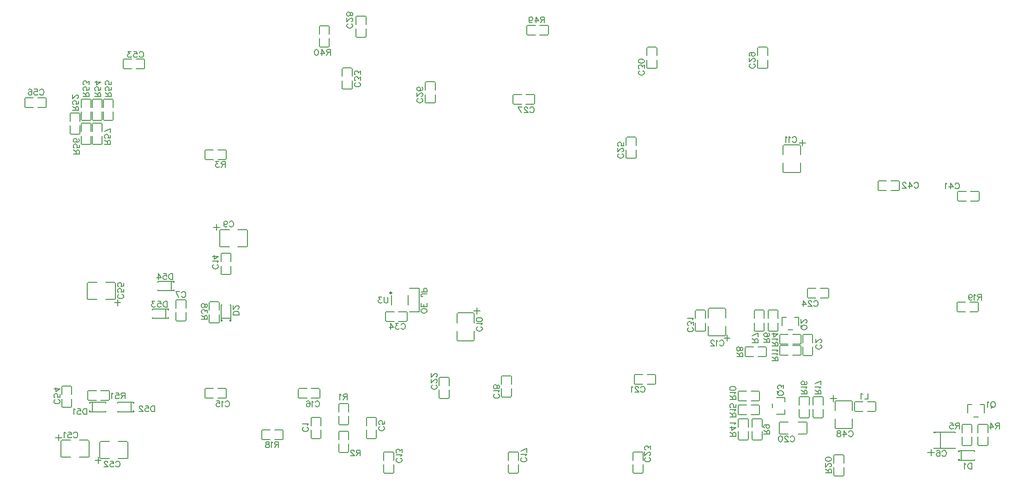
<source format=gbo>
G04 Layer: BottomSilkscreenLayer*
G04 EasyEDA v6.5.39, 2024-02-04 18:04:26*
G04 6365909e63f64f6689fdd3236b4dce0a,5509f98a9368439c9cde498926e245b9,10*
G04 Gerber Generator version 0.2*
G04 Scale: 100 percent, Rotated: No, Reflected: No *
G04 Dimensions in inches *
G04 leading zeros omitted , absolute positions ,3 integer and 6 decimal *
%FSLAX36Y36*%
%MOIN*%

%ADD10C,0.0080*%
%ADD11C,0.0060*%
%ADD12C,0.0118*%

%LPD*%
D10*
X417500Y628000D02*
G01*
X417500Y583000D01*
X440000Y605500D02*
G01*
X395000Y605500D01*
X702500Y463000D02*
G01*
X702500Y418000D01*
X725000Y440500D02*
G01*
X680000Y440500D01*
X1557500Y2148000D02*
G01*
X1557500Y2103000D01*
X1580000Y2125500D02*
G01*
X1535000Y2125500D01*
X5787500Y2758000D02*
G01*
X5787500Y2713000D01*
X5810000Y2735500D02*
G01*
X5765000Y2735500D01*
X3437500Y1543000D02*
G01*
X3437500Y1498000D01*
X3460000Y1520500D02*
G01*
X3415000Y1520500D01*
X5242500Y1348000D02*
G01*
X5242500Y1303000D01*
X5265000Y1325500D02*
G01*
X5220000Y1325500D01*
X842500Y1603000D02*
G01*
X842500Y1558000D01*
X865000Y1580500D02*
G01*
X820000Y1580500D01*
X6715455Y522363D02*
G01*
X6715455Y473272D01*
X6740000Y497818D02*
G01*
X6690909Y497818D01*
X6010455Y912363D02*
G01*
X6010455Y863272D01*
X6035000Y887818D02*
G01*
X5985909Y887818D01*
D11*
X3075408Y1517273D02*
G01*
X3073364Y1513182D01*
X3069273Y1509090D01*
X3065182Y1507044D01*
X3059044Y1505000D01*
X3048818Y1505000D01*
X3042682Y1507044D01*
X3038590Y1509090D01*
X3034499Y1513182D01*
X3032455Y1517273D01*
X3032455Y1525455D01*
X3034499Y1529544D01*
X3038590Y1533636D01*
X3042682Y1535682D01*
X3048818Y1537726D01*
X3059044Y1537726D01*
X3065182Y1535682D01*
X3069273Y1533636D01*
X3073364Y1529544D01*
X3075408Y1525455D01*
X3075408Y1517273D01*
X3075408Y1551226D02*
G01*
X3032455Y1551226D01*
X3075408Y1551226D02*
G01*
X3075408Y1577818D01*
X3054955Y1551226D02*
G01*
X3054955Y1567591D01*
X3032455Y1551226D02*
G01*
X3032455Y1577818D01*
X3075408Y1643272D02*
G01*
X3042682Y1643272D01*
X3036544Y1641226D01*
X3034499Y1639182D01*
X3032455Y1635091D01*
X3032455Y1630999D01*
X3034499Y1626909D01*
X3036544Y1624863D01*
X3042682Y1622818D01*
X3046773Y1622818D01*
X3075408Y1656772D02*
G01*
X3032455Y1656772D01*
X3075408Y1656772D02*
G01*
X3075408Y1675181D01*
X3073364Y1681318D01*
X3071318Y1683364D01*
X3067227Y1685408D01*
X3061090Y1685408D01*
X3056999Y1683364D01*
X3054955Y1681318D01*
X3052908Y1675181D01*
X3052908Y1656772D01*
X6260000Y925399D02*
G01*
X6260000Y882500D01*
X6260000Y882500D02*
G01*
X6235500Y882500D01*
X6221999Y917199D02*
G01*
X6217900Y919299D01*
X6211700Y925399D01*
X6211700Y882500D01*
X1240000Y1790399D02*
G01*
X1240000Y1747500D01*
X1240000Y1790399D02*
G01*
X1225699Y1790399D01*
X1219499Y1788400D01*
X1215500Y1784299D01*
X1213400Y1780199D01*
X1211400Y1774000D01*
X1211400Y1763800D01*
X1213400Y1757699D01*
X1215500Y1753600D01*
X1219499Y1749499D01*
X1225699Y1747500D01*
X1240000Y1747500D01*
X1173299Y1790399D02*
G01*
X1193800Y1790399D01*
X1195799Y1771999D01*
X1193800Y1774000D01*
X1187600Y1776100D01*
X1181499Y1776100D01*
X1175399Y1774000D01*
X1171300Y1770000D01*
X1169200Y1763800D01*
X1169200Y1759699D01*
X1171300Y1753600D01*
X1175399Y1749499D01*
X1181499Y1747500D01*
X1187600Y1747500D01*
X1193800Y1749499D01*
X1195799Y1751500D01*
X1197899Y1755599D01*
X1135299Y1790399D02*
G01*
X1155699Y1761799D01*
X1125000Y1761799D01*
X1135299Y1790399D02*
G01*
X1135299Y1747500D01*
X2795000Y1620408D02*
G01*
X2795000Y1589726D01*
X2792955Y1583591D01*
X2788864Y1579499D01*
X2782727Y1577455D01*
X2778635Y1577455D01*
X2772500Y1579499D01*
X2768409Y1583591D01*
X2766364Y1589726D01*
X2766364Y1620408D01*
X2748773Y1620408D02*
G01*
X2726273Y1620408D01*
X2738545Y1604045D01*
X2732408Y1604045D01*
X2728317Y1601999D01*
X2726273Y1599955D01*
X2724227Y1593818D01*
X2724227Y1589726D01*
X2726273Y1583591D01*
X2730363Y1579499D01*
X2736499Y1577455D01*
X2742636Y1577455D01*
X2748773Y1579499D01*
X2750817Y1581545D01*
X2752863Y1585635D01*
X7080000Y1640399D02*
G01*
X7080000Y1597500D01*
X7080000Y1640399D02*
G01*
X7061599Y1640399D01*
X7055500Y1638400D01*
X7053400Y1636300D01*
X7051400Y1632199D01*
X7051400Y1628099D01*
X7053400Y1624000D01*
X7055500Y1621999D01*
X7061599Y1620000D01*
X7080000Y1620000D01*
X7065699Y1620000D02*
G01*
X7051400Y1597500D01*
X7037900Y1632199D02*
G01*
X7033800Y1634299D01*
X7027600Y1640399D01*
X7027600Y1597500D01*
X6987500Y1626100D02*
G01*
X6989600Y1620000D01*
X6993699Y1615900D01*
X6999799Y1613800D01*
X7001899Y1613800D01*
X7008000Y1615900D01*
X7012100Y1620000D01*
X7014099Y1626100D01*
X7014099Y1628099D01*
X7012100Y1634299D01*
X7008000Y1638400D01*
X7001899Y1640399D01*
X6999799Y1640399D01*
X6993699Y1638400D01*
X6989600Y1634299D01*
X6987500Y1626100D01*
X6987500Y1615900D01*
X6989600Y1605599D01*
X6993699Y1599499D01*
X6999799Y1597500D01*
X7003900Y1597500D01*
X7010000Y1599499D01*
X7012100Y1603600D01*
X1200000Y1590399D02*
G01*
X1200000Y1547500D01*
X1200000Y1590399D02*
G01*
X1185699Y1590399D01*
X1179499Y1588400D01*
X1175500Y1584299D01*
X1173400Y1580199D01*
X1171400Y1574000D01*
X1171400Y1563800D01*
X1173400Y1557699D01*
X1175500Y1553600D01*
X1179499Y1549499D01*
X1185699Y1547500D01*
X1200000Y1547500D01*
X1133299Y1590399D02*
G01*
X1153800Y1590399D01*
X1155799Y1571999D01*
X1153800Y1574000D01*
X1147600Y1576100D01*
X1141499Y1576100D01*
X1135399Y1574000D01*
X1131300Y1570000D01*
X1129200Y1563800D01*
X1129200Y1559699D01*
X1131300Y1553600D01*
X1135399Y1549499D01*
X1141499Y1547500D01*
X1147600Y1547500D01*
X1153800Y1549499D01*
X1155799Y1551500D01*
X1157899Y1555599D01*
X1111599Y1590399D02*
G01*
X1089099Y1590399D01*
X1101400Y1574000D01*
X1095299Y1574000D01*
X1091199Y1571999D01*
X1089099Y1570000D01*
X1087100Y1563800D01*
X1087100Y1559699D01*
X1089099Y1553600D01*
X1093199Y1549499D01*
X1099399Y1547500D01*
X1105500Y1547500D01*
X1111599Y1549499D01*
X1113699Y1551500D01*
X1115699Y1555599D01*
X2005000Y575399D02*
G01*
X2005000Y532500D01*
X2005000Y575399D02*
G01*
X1986599Y575399D01*
X1980500Y573400D01*
X1978400Y571300D01*
X1976400Y567199D01*
X1976400Y563099D01*
X1978400Y559000D01*
X1980500Y556999D01*
X1986599Y555000D01*
X2005000Y555000D01*
X1990699Y555000D02*
G01*
X1976400Y532500D01*
X1962899Y567199D02*
G01*
X1958800Y569299D01*
X1952600Y575399D01*
X1952600Y532500D01*
X1928900Y575399D02*
G01*
X1935000Y573400D01*
X1937100Y569299D01*
X1937100Y565199D01*
X1935000Y561100D01*
X1931000Y559000D01*
X1922799Y556999D01*
X1916599Y555000D01*
X1912500Y550900D01*
X1910500Y546799D01*
X1910500Y540599D01*
X1912500Y536500D01*
X1914600Y534499D01*
X1920699Y532500D01*
X1928900Y532500D01*
X1935000Y534499D01*
X1937100Y536500D01*
X1939099Y540599D01*
X1939099Y546799D01*
X1937100Y550900D01*
X1933000Y555000D01*
X1926899Y556999D01*
X1918699Y559000D01*
X1914600Y561100D01*
X1912500Y565199D01*
X1912500Y569299D01*
X1914600Y573400D01*
X1920699Y575399D01*
X1928900Y575399D01*
X5995409Y350000D02*
G01*
X5952455Y350000D01*
X5995409Y350000D02*
G01*
X5995409Y368409D01*
X5993364Y374544D01*
X5991318Y376590D01*
X5987227Y378636D01*
X5983136Y378636D01*
X5979044Y376590D01*
X5976999Y374544D01*
X5974955Y368409D01*
X5974955Y350000D01*
X5974955Y364317D02*
G01*
X5952455Y378636D01*
X5985182Y394182D02*
G01*
X5987227Y394182D01*
X5991318Y396226D01*
X5993364Y398272D01*
X5995409Y402363D01*
X5995409Y410545D01*
X5993364Y414636D01*
X5991318Y416682D01*
X5987227Y418726D01*
X5983136Y418726D01*
X5979044Y416682D01*
X5972909Y412591D01*
X5952455Y392136D01*
X5952455Y420772D01*
X5995409Y446545D02*
G01*
X5993364Y440408D01*
X5987227Y436318D01*
X5976999Y434272D01*
X5970864Y434272D01*
X5960636Y436318D01*
X5954499Y440408D01*
X5952455Y446545D01*
X5952455Y450635D01*
X5954499Y456772D01*
X5960636Y460864D01*
X5970864Y462908D01*
X5976999Y462908D01*
X5987227Y460864D01*
X5993364Y456772D01*
X5995409Y450635D01*
X5995409Y446545D01*
X5650409Y922273D02*
G01*
X5648364Y918182D01*
X5644273Y914090D01*
X5640182Y912044D01*
X5634044Y910000D01*
X5623818Y910000D01*
X5617682Y912044D01*
X5613590Y914090D01*
X5609499Y918182D01*
X5607455Y922273D01*
X5607455Y930455D01*
X5609499Y934544D01*
X5613590Y938636D01*
X5617682Y940682D01*
X5623818Y942726D01*
X5634044Y942726D01*
X5640182Y940682D01*
X5644273Y938636D01*
X5648364Y934544D01*
X5650409Y930455D01*
X5650409Y922273D01*
X5615636Y928409D02*
G01*
X5603364Y940682D01*
X5650409Y960318D02*
G01*
X5650409Y982818D01*
X5634044Y970545D01*
X5634044Y976682D01*
X5631999Y980772D01*
X5629955Y982818D01*
X5623818Y984863D01*
X5619727Y984863D01*
X5613590Y982818D01*
X5609499Y978726D01*
X5607455Y972591D01*
X5607455Y966455D01*
X5609499Y960318D01*
X5611544Y958272D01*
X5615636Y956226D01*
X5550409Y630000D02*
G01*
X5507455Y630000D01*
X5550409Y630000D02*
G01*
X5550409Y648409D01*
X5548364Y654544D01*
X5546318Y656590D01*
X5542227Y658636D01*
X5538136Y658636D01*
X5534044Y656590D01*
X5531999Y654544D01*
X5529955Y648409D01*
X5529955Y630000D01*
X5529955Y644317D02*
G01*
X5507455Y658636D01*
X5536090Y698726D02*
G01*
X5529955Y696682D01*
X5525864Y692591D01*
X5523818Y686455D01*
X5523818Y684409D01*
X5525864Y678272D01*
X5529955Y674182D01*
X5536090Y672136D01*
X5538136Y672136D01*
X5544273Y674182D01*
X5548364Y678272D01*
X5550409Y684409D01*
X5550409Y686455D01*
X5548364Y692591D01*
X5544273Y696682D01*
X5536090Y698726D01*
X5525864Y698726D01*
X5515636Y696682D01*
X5509499Y692591D01*
X5507455Y686455D01*
X5507455Y682363D01*
X5509499Y676226D01*
X5513590Y674182D01*
X5305409Y755000D02*
G01*
X5262455Y755000D01*
X5305409Y755000D02*
G01*
X5305409Y773409D01*
X5303364Y779544D01*
X5301318Y781590D01*
X5297227Y783636D01*
X5293136Y783636D01*
X5289044Y781590D01*
X5286999Y779544D01*
X5284955Y773409D01*
X5284955Y755000D01*
X5284955Y769317D02*
G01*
X5262455Y783636D01*
X5297227Y797136D02*
G01*
X5299273Y801226D01*
X5305409Y807363D01*
X5262455Y807363D01*
X5305409Y845408D02*
G01*
X5305409Y824954D01*
X5286999Y822908D01*
X5289044Y824954D01*
X5291090Y831091D01*
X5291090Y837226D01*
X5289044Y843364D01*
X5284955Y847454D01*
X5278818Y849499D01*
X5274727Y849499D01*
X5268590Y847454D01*
X5264499Y843364D01*
X5262455Y837226D01*
X5262455Y831091D01*
X5264499Y824954D01*
X5266544Y822908D01*
X5270636Y820864D01*
X5820409Y920000D02*
G01*
X5777455Y920000D01*
X5820409Y920000D02*
G01*
X5820409Y938409D01*
X5818364Y944544D01*
X5816318Y946590D01*
X5812227Y948636D01*
X5808136Y948636D01*
X5804044Y946590D01*
X5801999Y944544D01*
X5799955Y938409D01*
X5799955Y920000D01*
X5799955Y934317D02*
G01*
X5777455Y948636D01*
X5812227Y962136D02*
G01*
X5814273Y966226D01*
X5820409Y972363D01*
X5777455Y972363D01*
X5814273Y1010408D02*
G01*
X5818364Y1008364D01*
X5820409Y1002226D01*
X5820409Y998135D01*
X5818364Y991999D01*
X5812227Y987908D01*
X5801999Y985864D01*
X5791773Y985864D01*
X5783590Y987908D01*
X5779499Y991999D01*
X5777455Y998135D01*
X5777455Y1000181D01*
X5779499Y1006318D01*
X5783590Y1010408D01*
X5789727Y1012454D01*
X5791773Y1012454D01*
X5797909Y1010408D01*
X5801999Y1006318D01*
X5804044Y1000181D01*
X5804044Y998135D01*
X5801999Y991999D01*
X5797909Y987908D01*
X5791773Y985864D01*
X5920409Y920000D02*
G01*
X5877455Y920000D01*
X5920409Y920000D02*
G01*
X5920409Y938409D01*
X5918364Y944544D01*
X5916318Y946590D01*
X5912227Y948636D01*
X5908136Y948636D01*
X5904044Y946590D01*
X5901999Y944544D01*
X5899955Y938409D01*
X5899955Y920000D01*
X5899955Y934317D02*
G01*
X5877455Y948636D01*
X5912227Y962136D02*
G01*
X5914273Y966226D01*
X5920409Y972363D01*
X5877455Y972363D01*
X5920409Y1014499D02*
G01*
X5877455Y994045D01*
X5920409Y985864D02*
G01*
X5920409Y1014499D01*
X6121747Y644751D02*
G01*
X6123793Y648843D01*
X6127884Y652934D01*
X6131975Y654978D01*
X6140156Y654978D01*
X6144247Y652934D01*
X6148338Y648843D01*
X6150384Y644751D01*
X6152430Y638614D01*
X6152430Y628387D01*
X6150384Y622251D01*
X6148338Y618161D01*
X6144247Y614070D01*
X6140156Y612024D01*
X6131975Y612024D01*
X6127884Y614070D01*
X6123793Y618161D01*
X6121747Y622251D01*
X6087794Y654978D02*
G01*
X6108248Y626343D01*
X6077565Y626343D01*
X6087794Y654978D02*
G01*
X6087794Y612024D01*
X6053838Y654978D02*
G01*
X6059975Y652934D01*
X6062021Y648843D01*
X6062021Y644751D01*
X6059975Y640661D01*
X6055884Y638614D01*
X6047703Y636570D01*
X6041566Y634524D01*
X6037475Y630434D01*
X6035429Y626343D01*
X6035429Y620205D01*
X6037475Y616114D01*
X6039521Y614070D01*
X6045657Y612024D01*
X6053838Y612024D01*
X6059975Y614070D01*
X6062021Y616114D01*
X6064066Y620205D01*
X6064066Y626343D01*
X6062021Y630434D01*
X6057929Y634524D01*
X6051794Y636570D01*
X6043612Y638614D01*
X6039521Y640661D01*
X6037475Y644751D01*
X6037475Y648843D01*
X6039521Y652934D01*
X6045657Y654978D01*
X6053838Y654978D01*
X7167727Y865408D02*
G01*
X7171818Y863364D01*
X7175909Y859272D01*
X7177955Y855181D01*
X7180000Y849045D01*
X7180000Y838818D01*
X7177955Y832681D01*
X7175909Y828591D01*
X7171818Y824499D01*
X7167727Y822454D01*
X7159544Y822454D01*
X7155455Y824499D01*
X7151364Y828591D01*
X7149318Y832681D01*
X7147272Y838818D01*
X7147272Y849045D01*
X7149318Y855181D01*
X7151364Y859272D01*
X7155455Y863364D01*
X7159544Y865408D01*
X7167727Y865408D01*
X7161590Y830635D02*
G01*
X7149318Y818364D01*
X7133773Y857226D02*
G01*
X7129682Y859272D01*
X7123545Y865408D01*
X7123545Y822454D01*
X5820409Y1397273D02*
G01*
X5818364Y1393182D01*
X5814273Y1389090D01*
X5810182Y1387044D01*
X5804044Y1385000D01*
X5793818Y1385000D01*
X5787682Y1387044D01*
X5783590Y1389090D01*
X5779499Y1393182D01*
X5777455Y1397273D01*
X5777455Y1405455D01*
X5779499Y1409544D01*
X5783590Y1413636D01*
X5787682Y1415682D01*
X5793818Y1417726D01*
X5804044Y1417726D01*
X5810182Y1415682D01*
X5814273Y1413636D01*
X5818364Y1409544D01*
X5820409Y1405455D01*
X5820409Y1397273D01*
X5785636Y1403409D02*
G01*
X5773364Y1415682D01*
X5810182Y1433272D02*
G01*
X5812227Y1433272D01*
X5816318Y1435318D01*
X5818364Y1437363D01*
X5820409Y1441455D01*
X5820409Y1449636D01*
X5818364Y1453726D01*
X5816318Y1455772D01*
X5812227Y1457818D01*
X5808136Y1457818D01*
X5804044Y1455772D01*
X5797909Y1451682D01*
X5777455Y1431226D01*
X5777455Y1459863D01*
X279697Y3112701D02*
G01*
X281743Y3116792D01*
X285835Y3120884D01*
X289924Y3122928D01*
X298107Y3122928D01*
X302197Y3120884D01*
X306289Y3116792D01*
X308335Y3112701D01*
X310380Y3106565D01*
X310380Y3096338D01*
X308335Y3090201D01*
X306289Y3086111D01*
X302197Y3082020D01*
X298107Y3079974D01*
X289924Y3079974D01*
X285835Y3082020D01*
X281743Y3086111D01*
X279697Y3090201D01*
X241653Y3122928D02*
G01*
X262107Y3122928D01*
X264153Y3104520D01*
X262107Y3106565D01*
X255970Y3108611D01*
X249834Y3108611D01*
X243697Y3106565D01*
X239607Y3102474D01*
X237561Y3096338D01*
X237561Y3092247D01*
X239607Y3086111D01*
X243697Y3082020D01*
X249834Y3079974D01*
X255970Y3079974D01*
X262107Y3082020D01*
X264153Y3084065D01*
X266197Y3088155D01*
X199515Y3116792D02*
G01*
X201561Y3120884D01*
X207698Y3122928D01*
X211788Y3122928D01*
X217925Y3120884D01*
X222015Y3114747D01*
X224061Y3104520D01*
X224061Y3094292D01*
X222015Y3086111D01*
X217925Y3082020D01*
X211788Y3079974D01*
X209744Y3079974D01*
X203607Y3082020D01*
X199515Y3086111D01*
X197471Y3092247D01*
X197471Y3094292D01*
X199515Y3100428D01*
X203607Y3104520D01*
X209744Y3106565D01*
X211788Y3106565D01*
X217925Y3104520D01*
X222015Y3100428D01*
X224061Y3094292D01*
X2210182Y680682D02*
G01*
X2214273Y678636D01*
X2218364Y674544D01*
X2220408Y670455D01*
X2220408Y662273D01*
X2218364Y658182D01*
X2214273Y654090D01*
X2210182Y652044D01*
X2204044Y650000D01*
X2193818Y650000D01*
X2187682Y652044D01*
X2183590Y654090D01*
X2179499Y658182D01*
X2177455Y662273D01*
X2177455Y670455D01*
X2179499Y674544D01*
X2183590Y678636D01*
X2187682Y680682D01*
X2212227Y694182D02*
G01*
X2214273Y698272D01*
X2220408Y704409D01*
X2177455Y704409D01*
X5915182Y1275682D02*
G01*
X5919273Y1273636D01*
X5923364Y1269544D01*
X5925409Y1265455D01*
X5925409Y1257273D01*
X5923364Y1253182D01*
X5919273Y1249090D01*
X5915182Y1247044D01*
X5909044Y1245000D01*
X5898818Y1245000D01*
X5892682Y1247044D01*
X5888590Y1249090D01*
X5884499Y1253182D01*
X5882455Y1257273D01*
X5882455Y1265455D01*
X5884499Y1269544D01*
X5888590Y1273636D01*
X5892682Y1275682D01*
X5915182Y1291226D02*
G01*
X5917227Y1291226D01*
X5921318Y1293272D01*
X5923364Y1295318D01*
X5925409Y1299409D01*
X5925409Y1307591D01*
X5923364Y1311682D01*
X5921318Y1313726D01*
X5917227Y1315772D01*
X5913136Y1315772D01*
X5909044Y1313726D01*
X5902909Y1309636D01*
X5882455Y1289182D01*
X5882455Y1317818D01*
X2760182Y685682D02*
G01*
X2764273Y683636D01*
X2768364Y679544D01*
X2770408Y675455D01*
X2770408Y667273D01*
X2768364Y663182D01*
X2764273Y659090D01*
X2760182Y657044D01*
X2754044Y655000D01*
X2743818Y655000D01*
X2737682Y657044D01*
X2733590Y659090D01*
X2729499Y663182D01*
X2727455Y667273D01*
X2727455Y675455D01*
X2729499Y679544D01*
X2733590Y683636D01*
X2737682Y685682D01*
X2770408Y723726D02*
G01*
X2770408Y703272D01*
X2751999Y701226D01*
X2754044Y703272D01*
X2756090Y709409D01*
X2756090Y715545D01*
X2754044Y721682D01*
X2749955Y725772D01*
X2743818Y727818D01*
X2739727Y727818D01*
X2733590Y725772D01*
X2729499Y721682D01*
X2727455Y715545D01*
X2727455Y709409D01*
X2729499Y703272D01*
X2731544Y701226D01*
X2735636Y699182D01*
X2885182Y455682D02*
G01*
X2889273Y453636D01*
X2893364Y449544D01*
X2895408Y445455D01*
X2895408Y437273D01*
X2893364Y433182D01*
X2889273Y429090D01*
X2885182Y427044D01*
X2879044Y425000D01*
X2868818Y425000D01*
X2862682Y427044D01*
X2858590Y429090D01*
X2854499Y433182D01*
X2852455Y437273D01*
X2852455Y445455D01*
X2854499Y449544D01*
X2858590Y453636D01*
X2862682Y455682D01*
X2887227Y469182D02*
G01*
X2889273Y473272D01*
X2895408Y479409D01*
X2852455Y479409D01*
X2895408Y496999D02*
G01*
X2895408Y519499D01*
X2879044Y507226D01*
X2879044Y513364D01*
X2876999Y517454D01*
X2874955Y519499D01*
X2868818Y521545D01*
X2864727Y521545D01*
X2858590Y519499D01*
X2854499Y515408D01*
X2852455Y509272D01*
X2852455Y503135D01*
X2854499Y496999D01*
X2856544Y494954D01*
X2860636Y492908D01*
X1560182Y1855682D02*
G01*
X1564273Y1853636D01*
X1568364Y1849544D01*
X1570408Y1845455D01*
X1570408Y1837273D01*
X1568364Y1833182D01*
X1564273Y1829090D01*
X1560182Y1827044D01*
X1554044Y1825000D01*
X1543818Y1825000D01*
X1537682Y1827044D01*
X1533590Y1829090D01*
X1529499Y1833182D01*
X1527455Y1837273D01*
X1527455Y1845455D01*
X1529499Y1849544D01*
X1533590Y1853636D01*
X1537682Y1855682D01*
X1562227Y1869182D02*
G01*
X1564273Y1873272D01*
X1570408Y1879409D01*
X1527455Y1879409D01*
X1570408Y1913364D02*
G01*
X1541773Y1892908D01*
X1541773Y1923591D01*
X1570408Y1913364D02*
G01*
X1527455Y1913364D01*
X1619318Y860181D02*
G01*
X1621364Y864272D01*
X1625455Y868364D01*
X1629544Y870408D01*
X1637727Y870408D01*
X1641818Y868364D01*
X1645909Y864272D01*
X1647955Y860181D01*
X1650000Y854045D01*
X1650000Y843818D01*
X1647955Y837681D01*
X1645909Y833591D01*
X1641818Y829499D01*
X1637727Y827454D01*
X1629544Y827454D01*
X1625455Y829499D01*
X1621364Y833591D01*
X1619318Y837681D01*
X1605817Y862226D02*
G01*
X1601727Y864272D01*
X1595591Y870408D01*
X1595591Y827454D01*
X1557545Y870408D02*
G01*
X1578000Y870408D01*
X1580045Y851999D01*
X1578000Y854045D01*
X1571863Y856091D01*
X1565726Y856091D01*
X1559591Y854045D01*
X1555500Y849954D01*
X1553455Y843818D01*
X1553455Y839726D01*
X1555500Y833591D01*
X1559591Y829499D01*
X1565726Y827454D01*
X1571863Y827454D01*
X1578000Y829499D01*
X1580045Y831545D01*
X1582091Y835635D01*
X2269318Y860181D02*
G01*
X2271364Y864272D01*
X2275455Y868364D01*
X2279544Y870408D01*
X2287727Y870408D01*
X2291818Y868364D01*
X2295909Y864272D01*
X2297955Y860181D01*
X2300000Y854045D01*
X2300000Y843818D01*
X2297955Y837681D01*
X2295909Y833591D01*
X2291818Y829499D01*
X2287727Y827454D01*
X2279544Y827454D01*
X2275455Y829499D01*
X2271364Y833591D01*
X2269318Y837681D01*
X2255817Y862226D02*
G01*
X2251727Y864272D01*
X2245591Y870408D01*
X2245591Y827454D01*
X2207545Y864272D02*
G01*
X2209591Y868364D01*
X2215726Y870408D01*
X2219817Y870408D01*
X2225955Y868364D01*
X2230045Y862226D01*
X2232091Y851999D01*
X2232091Y841772D01*
X2230045Y833591D01*
X2225955Y829499D01*
X2219817Y827454D01*
X2217772Y827454D01*
X2211635Y829499D01*
X2207545Y833591D01*
X2205500Y839726D01*
X2205500Y841772D01*
X2207545Y847908D01*
X2211635Y851999D01*
X2217772Y854045D01*
X2219817Y854045D01*
X2225955Y851999D01*
X2230045Y847908D01*
X2232091Y841772D01*
X3785182Y460682D02*
G01*
X3789273Y458636D01*
X3793364Y454544D01*
X3795408Y450455D01*
X3795408Y442273D01*
X3793364Y438182D01*
X3789273Y434090D01*
X3785182Y432044D01*
X3779044Y430000D01*
X3768818Y430000D01*
X3762682Y432044D01*
X3758590Y434090D01*
X3754499Y438182D01*
X3752455Y442273D01*
X3752455Y450455D01*
X3754499Y454544D01*
X3758590Y458636D01*
X3762682Y460682D01*
X3787227Y474182D02*
G01*
X3789273Y478272D01*
X3795408Y484409D01*
X3752455Y484409D01*
X3795408Y526545D02*
G01*
X3752455Y506091D01*
X3795408Y497908D02*
G01*
X3795408Y526545D01*
X3590182Y920682D02*
G01*
X3594273Y918636D01*
X3598364Y914544D01*
X3600408Y910455D01*
X3600408Y902273D01*
X3598364Y898182D01*
X3594273Y894090D01*
X3590182Y892044D01*
X3584044Y890000D01*
X3573818Y890000D01*
X3567682Y892044D01*
X3563590Y894090D01*
X3559499Y898182D01*
X3557455Y902273D01*
X3557455Y910455D01*
X3559499Y914544D01*
X3563590Y918636D01*
X3567682Y920682D01*
X3592227Y934182D02*
G01*
X3594273Y938272D01*
X3600408Y944409D01*
X3557455Y944409D01*
X3600408Y968135D02*
G01*
X3598364Y961999D01*
X3594273Y959954D01*
X3590182Y959954D01*
X3586090Y961999D01*
X3584044Y966091D01*
X3581999Y974272D01*
X3579955Y980408D01*
X3575864Y984499D01*
X3571773Y986545D01*
X3565636Y986545D01*
X3561544Y984499D01*
X3559499Y982454D01*
X3557455Y976318D01*
X3557455Y968135D01*
X3559499Y961999D01*
X3561544Y959954D01*
X3565636Y957908D01*
X3571773Y957908D01*
X3575864Y959954D01*
X3579955Y964045D01*
X3581999Y970181D01*
X3584044Y978364D01*
X3586090Y982454D01*
X3590182Y984499D01*
X3594273Y984499D01*
X3598364Y982454D01*
X3600408Y976318D01*
X3600408Y968135D01*
X4619318Y965181D02*
G01*
X4621364Y969272D01*
X4625455Y973364D01*
X4629544Y975408D01*
X4637727Y975408D01*
X4641818Y973364D01*
X4645909Y969272D01*
X4647955Y965181D01*
X4650000Y959045D01*
X4650000Y948818D01*
X4647955Y942681D01*
X4645909Y938591D01*
X4641818Y934499D01*
X4637727Y932454D01*
X4629544Y932454D01*
X4625455Y934499D01*
X4621364Y938591D01*
X4619318Y942681D01*
X4603773Y965181D02*
G01*
X4603773Y967226D01*
X4601727Y971318D01*
X4599682Y973364D01*
X4595591Y975408D01*
X4587408Y975408D01*
X4583317Y973364D01*
X4581273Y971318D01*
X4579227Y967226D01*
X4579227Y963135D01*
X4581273Y959045D01*
X4585364Y952908D01*
X4605817Y932454D01*
X4577182Y932454D01*
X4563681Y967226D02*
G01*
X4559591Y969272D01*
X4553455Y975408D01*
X4553455Y932454D01*
X3140182Y985682D02*
G01*
X3144273Y983636D01*
X3148364Y979544D01*
X3150408Y975455D01*
X3150408Y967273D01*
X3148364Y963182D01*
X3144273Y959090D01*
X3140182Y957044D01*
X3134044Y955000D01*
X3123818Y955000D01*
X3117682Y957044D01*
X3113590Y959090D01*
X3109499Y963182D01*
X3107455Y967273D01*
X3107455Y975455D01*
X3109499Y979544D01*
X3113590Y983636D01*
X3117682Y985682D01*
X3140182Y1001226D02*
G01*
X3142227Y1001226D01*
X3146318Y1003272D01*
X3148364Y1005318D01*
X3150408Y1009409D01*
X3150408Y1017591D01*
X3148364Y1021682D01*
X3146318Y1023726D01*
X3142227Y1025772D01*
X3138136Y1025772D01*
X3134044Y1023726D01*
X3127908Y1019636D01*
X3107455Y999182D01*
X3107455Y1027818D01*
X3140182Y1043364D02*
G01*
X3142227Y1043364D01*
X3146318Y1045408D01*
X3148364Y1047454D01*
X3150408Y1051545D01*
X3150408Y1059726D01*
X3148364Y1063818D01*
X3146318Y1065864D01*
X3142227Y1067908D01*
X3138136Y1067908D01*
X3134044Y1065864D01*
X3127908Y1061772D01*
X3107455Y1041318D01*
X3107455Y1069955D01*
X4680182Y460682D02*
G01*
X4684273Y458636D01*
X4688364Y454544D01*
X4690409Y450455D01*
X4690409Y442273D01*
X4688364Y438182D01*
X4684273Y434090D01*
X4680182Y432044D01*
X4674044Y430000D01*
X4663818Y430000D01*
X4657682Y432044D01*
X4653590Y434090D01*
X4649499Y438182D01*
X4647455Y442273D01*
X4647455Y450455D01*
X4649499Y454544D01*
X4653590Y458636D01*
X4657682Y460682D01*
X4680182Y476226D02*
G01*
X4682227Y476226D01*
X4686318Y478272D01*
X4688364Y480318D01*
X4690409Y484409D01*
X4690409Y492591D01*
X4688364Y496682D01*
X4686318Y498726D01*
X4682227Y500772D01*
X4678136Y500772D01*
X4674044Y498726D01*
X4667909Y494636D01*
X4647455Y474182D01*
X4647455Y502818D01*
X4690409Y520408D02*
G01*
X4690409Y542908D01*
X4674044Y530635D01*
X4674044Y536772D01*
X4671999Y540864D01*
X4669955Y542908D01*
X4663818Y544954D01*
X4659727Y544954D01*
X4653590Y542908D01*
X4649499Y538818D01*
X4647455Y532681D01*
X4647455Y526545D01*
X4649499Y520408D01*
X4651544Y518364D01*
X4655636Y516318D01*
X5869318Y1585181D02*
G01*
X5871364Y1589272D01*
X5875455Y1593364D01*
X5879544Y1595408D01*
X5887727Y1595408D01*
X5891818Y1593364D01*
X5895909Y1589272D01*
X5897955Y1585181D01*
X5900000Y1579045D01*
X5900000Y1568818D01*
X5897955Y1562681D01*
X5895909Y1558591D01*
X5891818Y1554499D01*
X5887727Y1552455D01*
X5879544Y1552455D01*
X5875455Y1554499D01*
X5871364Y1558591D01*
X5869318Y1562681D01*
X5853773Y1585181D02*
G01*
X5853773Y1587226D01*
X5851727Y1591318D01*
X5849682Y1593364D01*
X5845591Y1595408D01*
X5837408Y1595408D01*
X5833317Y1593364D01*
X5831273Y1591318D01*
X5829227Y1587226D01*
X5829227Y1583135D01*
X5831273Y1579045D01*
X5835364Y1572908D01*
X5855817Y1552455D01*
X5827182Y1552455D01*
X5793226Y1595408D02*
G01*
X5813681Y1566772D01*
X5783000Y1566772D01*
X5793226Y1595408D02*
G01*
X5793226Y1552455D01*
X4485182Y2655682D02*
G01*
X4489273Y2653636D01*
X4493364Y2649544D01*
X4495409Y2645455D01*
X4495409Y2637273D01*
X4493364Y2633182D01*
X4489273Y2629090D01*
X4485182Y2627044D01*
X4479044Y2625000D01*
X4468818Y2625000D01*
X4462682Y2627044D01*
X4458590Y2629090D01*
X4454499Y2633182D01*
X4452455Y2637273D01*
X4452455Y2645455D01*
X4454499Y2649544D01*
X4458590Y2653636D01*
X4462682Y2655682D01*
X4485182Y2671226D02*
G01*
X4487227Y2671226D01*
X4491318Y2673272D01*
X4493364Y2675318D01*
X4495409Y2679409D01*
X4495409Y2687591D01*
X4493364Y2691682D01*
X4491318Y2693726D01*
X4487227Y2695772D01*
X4483136Y2695772D01*
X4479044Y2693726D01*
X4472909Y2689636D01*
X4452455Y2669182D01*
X4452455Y2697818D01*
X4495409Y2735864D02*
G01*
X4495409Y2715408D01*
X4476999Y2713364D01*
X4479044Y2715408D01*
X4481090Y2721545D01*
X4481090Y2727682D01*
X4479044Y2733818D01*
X4474955Y2737908D01*
X4468818Y2739955D01*
X4464727Y2739955D01*
X4458590Y2737908D01*
X4454499Y2733818D01*
X4452455Y2727682D01*
X4452455Y2721545D01*
X4454499Y2715408D01*
X4456544Y2713364D01*
X4460636Y2711318D01*
X3035182Y3055682D02*
G01*
X3039273Y3053636D01*
X3043364Y3049544D01*
X3045408Y3045455D01*
X3045408Y3037273D01*
X3043364Y3033182D01*
X3039273Y3029090D01*
X3035182Y3027044D01*
X3029044Y3025000D01*
X3018818Y3025000D01*
X3012682Y3027044D01*
X3008590Y3029090D01*
X3004499Y3033182D01*
X3002455Y3037273D01*
X3002455Y3045455D01*
X3004499Y3049544D01*
X3008590Y3053636D01*
X3012682Y3055682D01*
X3035182Y3071226D02*
G01*
X3037227Y3071226D01*
X3041318Y3073272D01*
X3043364Y3075318D01*
X3045408Y3079409D01*
X3045408Y3087591D01*
X3043364Y3091682D01*
X3041318Y3093726D01*
X3037227Y3095772D01*
X3033136Y3095772D01*
X3029044Y3093726D01*
X3022908Y3089636D01*
X3002455Y3069182D01*
X3002455Y3097818D01*
X3039273Y3135864D02*
G01*
X3043364Y3133818D01*
X3045408Y3127682D01*
X3045408Y3123591D01*
X3043364Y3117455D01*
X3037227Y3113364D01*
X3026999Y3111318D01*
X3016773Y3111318D01*
X3008590Y3113364D01*
X3004499Y3117455D01*
X3002455Y3123591D01*
X3002455Y3125635D01*
X3004499Y3131772D01*
X3008590Y3135864D01*
X3014727Y3137908D01*
X3016773Y3137908D01*
X3022908Y3135864D01*
X3026999Y3131772D01*
X3029044Y3125635D01*
X3029044Y3123591D01*
X3026999Y3117455D01*
X3022908Y3113364D01*
X3016773Y3111318D01*
X3819318Y2985182D02*
G01*
X3821364Y2989272D01*
X3825455Y2993364D01*
X3829544Y2995408D01*
X3837727Y2995408D01*
X3841818Y2993364D01*
X3845909Y2989272D01*
X3847955Y2985182D01*
X3850000Y2979045D01*
X3850000Y2968818D01*
X3847955Y2962682D01*
X3845909Y2958591D01*
X3841818Y2954499D01*
X3837727Y2952455D01*
X3829544Y2952455D01*
X3825455Y2954499D01*
X3821364Y2958591D01*
X3819318Y2962682D01*
X3803773Y2985182D02*
G01*
X3803773Y2987226D01*
X3801727Y2991318D01*
X3799682Y2993364D01*
X3795591Y2995408D01*
X3787408Y2995408D01*
X3783317Y2993364D01*
X3781273Y2991318D01*
X3779227Y2987226D01*
X3779227Y2983135D01*
X3781273Y2979045D01*
X3785363Y2972908D01*
X3805817Y2952455D01*
X3777182Y2952455D01*
X3735045Y2995408D02*
G01*
X3755500Y2952455D01*
X3763681Y2995408D02*
G01*
X3735045Y2995408D01*
X2530182Y3595682D02*
G01*
X2534273Y3593636D01*
X2538364Y3589544D01*
X2540408Y3585455D01*
X2540408Y3577273D01*
X2538364Y3573182D01*
X2534273Y3569090D01*
X2530182Y3567044D01*
X2524044Y3565000D01*
X2513818Y3565000D01*
X2507682Y3567044D01*
X2503590Y3569090D01*
X2499499Y3573182D01*
X2497455Y3577273D01*
X2497455Y3585455D01*
X2499499Y3589544D01*
X2503590Y3593636D01*
X2507682Y3595682D01*
X2530182Y3611226D02*
G01*
X2532227Y3611226D01*
X2536318Y3613272D01*
X2538364Y3615318D01*
X2540408Y3619409D01*
X2540408Y3627591D01*
X2538364Y3631682D01*
X2536318Y3633726D01*
X2532227Y3635772D01*
X2528136Y3635772D01*
X2524044Y3633726D01*
X2517908Y3629636D01*
X2497455Y3609182D01*
X2497455Y3637818D01*
X2540408Y3661545D02*
G01*
X2538364Y3655408D01*
X2534273Y3653364D01*
X2530182Y3653364D01*
X2526090Y3655408D01*
X2524044Y3659499D01*
X2521999Y3667682D01*
X2519955Y3673818D01*
X2515864Y3677908D01*
X2511773Y3679955D01*
X2505636Y3679955D01*
X2501544Y3677908D01*
X2499499Y3675864D01*
X2497455Y3669726D01*
X2497455Y3661545D01*
X2499499Y3655408D01*
X2501544Y3653364D01*
X2505636Y3651318D01*
X2511773Y3651318D01*
X2515864Y3653364D01*
X2519955Y3657455D01*
X2521999Y3663591D01*
X2524044Y3671772D01*
X2526090Y3675864D01*
X2530182Y3677908D01*
X2534273Y3677908D01*
X2538364Y3675864D01*
X2540408Y3669726D01*
X2540408Y3661545D01*
X5435182Y3305682D02*
G01*
X5439273Y3303636D01*
X5443364Y3299544D01*
X5445409Y3295455D01*
X5445409Y3287273D01*
X5443364Y3283182D01*
X5439273Y3279090D01*
X5435182Y3277044D01*
X5429044Y3275000D01*
X5418818Y3275000D01*
X5412682Y3277044D01*
X5408590Y3279090D01*
X5404499Y3283182D01*
X5402455Y3287273D01*
X5402455Y3295455D01*
X5404499Y3299544D01*
X5408590Y3303636D01*
X5412682Y3305682D01*
X5435182Y3321226D02*
G01*
X5437227Y3321226D01*
X5441318Y3323272D01*
X5443364Y3325318D01*
X5445409Y3329409D01*
X5445409Y3337591D01*
X5443364Y3341682D01*
X5441318Y3343726D01*
X5437227Y3345772D01*
X5433136Y3345772D01*
X5429044Y3343726D01*
X5422909Y3339636D01*
X5402455Y3319182D01*
X5402455Y3347818D01*
X5431090Y3387908D02*
G01*
X5424955Y3385864D01*
X5420864Y3381772D01*
X5418818Y3375635D01*
X5418818Y3373591D01*
X5420864Y3367455D01*
X5424955Y3363364D01*
X5431090Y3361318D01*
X5433136Y3361318D01*
X5439273Y3363364D01*
X5443364Y3367455D01*
X5445409Y3373591D01*
X5445409Y3375635D01*
X5443364Y3381772D01*
X5439273Y3385864D01*
X5431090Y3387908D01*
X5420864Y3387908D01*
X5410636Y3385864D01*
X5404499Y3381772D01*
X5402455Y3375635D01*
X5402455Y3371545D01*
X5404499Y3365408D01*
X5408590Y3363364D01*
X4635182Y3255682D02*
G01*
X4639273Y3253636D01*
X4643364Y3249544D01*
X4645409Y3245455D01*
X4645409Y3237273D01*
X4643364Y3233182D01*
X4639273Y3229090D01*
X4635182Y3227044D01*
X4629044Y3225000D01*
X4618818Y3225000D01*
X4612682Y3227044D01*
X4608590Y3229090D01*
X4604499Y3233182D01*
X4602455Y3237273D01*
X4602455Y3245455D01*
X4604499Y3249544D01*
X4608590Y3253636D01*
X4612682Y3255682D01*
X4645409Y3273272D02*
G01*
X4645409Y3295772D01*
X4629044Y3283499D01*
X4629044Y3289636D01*
X4626999Y3293726D01*
X4624955Y3295772D01*
X4618818Y3297818D01*
X4614727Y3297818D01*
X4608590Y3295772D01*
X4604499Y3291682D01*
X4602455Y3285545D01*
X4602455Y3279409D01*
X4604499Y3273272D01*
X4606544Y3271226D01*
X4610636Y3269182D01*
X4645409Y3323591D02*
G01*
X4643364Y3317455D01*
X4637227Y3313364D01*
X4626999Y3311318D01*
X4620864Y3311318D01*
X4610636Y3313364D01*
X4604499Y3317455D01*
X4602455Y3323591D01*
X4602455Y3327682D01*
X4604499Y3333818D01*
X4610636Y3337908D01*
X4620864Y3339955D01*
X4626999Y3339955D01*
X4637227Y3337908D01*
X4643364Y3333818D01*
X4645409Y3327682D01*
X4645409Y3323591D01*
X4990182Y1400682D02*
G01*
X4994273Y1398636D01*
X4998364Y1394544D01*
X5000409Y1390455D01*
X5000409Y1382273D01*
X4998364Y1378182D01*
X4994273Y1374090D01*
X4990182Y1372044D01*
X4984044Y1370000D01*
X4973818Y1370000D01*
X4967682Y1372044D01*
X4963590Y1374090D01*
X4959499Y1378182D01*
X4957455Y1382273D01*
X4957455Y1390455D01*
X4959499Y1394544D01*
X4963590Y1398636D01*
X4967682Y1400682D01*
X5000409Y1418272D02*
G01*
X5000409Y1440772D01*
X4984044Y1428499D01*
X4984044Y1434636D01*
X4981999Y1438726D01*
X4979955Y1440772D01*
X4973818Y1442818D01*
X4969727Y1442818D01*
X4963590Y1440772D01*
X4959499Y1436682D01*
X4957455Y1430545D01*
X4957455Y1424409D01*
X4959499Y1418272D01*
X4961544Y1416226D01*
X4965636Y1414182D01*
X4992227Y1456318D02*
G01*
X4994273Y1460408D01*
X5000409Y1466545D01*
X4957455Y1466545D01*
X2585182Y3170682D02*
G01*
X2589273Y3168636D01*
X2593364Y3164544D01*
X2595408Y3160455D01*
X2595408Y3152273D01*
X2593364Y3148182D01*
X2589273Y3144090D01*
X2585182Y3142044D01*
X2579044Y3140000D01*
X2568818Y3140000D01*
X2562682Y3142044D01*
X2558590Y3144090D01*
X2554499Y3148182D01*
X2552455Y3152273D01*
X2552455Y3160455D01*
X2554499Y3164544D01*
X2558590Y3168636D01*
X2562682Y3170682D01*
X2595408Y3188272D02*
G01*
X2595408Y3210772D01*
X2579044Y3198499D01*
X2579044Y3204636D01*
X2576999Y3208726D01*
X2574955Y3210772D01*
X2568818Y3212818D01*
X2564727Y3212818D01*
X2558590Y3210772D01*
X2554499Y3206682D01*
X2552455Y3200545D01*
X2552455Y3194409D01*
X2554499Y3188272D01*
X2556544Y3186226D01*
X2560636Y3184182D01*
X2595408Y3230408D02*
G01*
X2595408Y3252908D01*
X2579044Y3240635D01*
X2579044Y3246772D01*
X2576999Y3250864D01*
X2574955Y3252908D01*
X2568818Y3254955D01*
X2564727Y3254955D01*
X2558590Y3252908D01*
X2554499Y3248818D01*
X2552455Y3242682D01*
X2552455Y3236545D01*
X2554499Y3230408D01*
X2556544Y3228364D01*
X2560636Y3226318D01*
X6889318Y2435182D02*
G01*
X6891364Y2439272D01*
X6895455Y2443364D01*
X6899544Y2445408D01*
X6907727Y2445408D01*
X6911818Y2443364D01*
X6915909Y2439272D01*
X6917955Y2435182D01*
X6920000Y2429045D01*
X6920000Y2418818D01*
X6917955Y2412682D01*
X6915909Y2408591D01*
X6911818Y2404499D01*
X6907727Y2402455D01*
X6899544Y2402455D01*
X6895455Y2404499D01*
X6891364Y2408591D01*
X6889318Y2412682D01*
X6855364Y2445408D02*
G01*
X6875817Y2416772D01*
X6845136Y2416772D01*
X6855364Y2445408D02*
G01*
X6855364Y2402455D01*
X6831635Y2437226D02*
G01*
X6827545Y2439272D01*
X6821409Y2445408D01*
X6821409Y2402455D01*
X6594318Y2440182D02*
G01*
X6596364Y2444272D01*
X6600455Y2448364D01*
X6604544Y2450408D01*
X6612727Y2450408D01*
X6616818Y2448364D01*
X6620909Y2444272D01*
X6622955Y2440182D01*
X6625000Y2434045D01*
X6625000Y2423818D01*
X6622955Y2417682D01*
X6620909Y2413591D01*
X6616818Y2409499D01*
X6612727Y2407455D01*
X6604544Y2407455D01*
X6600455Y2409499D01*
X6596364Y2413591D01*
X6594318Y2417682D01*
X6560364Y2450408D02*
G01*
X6580817Y2421772D01*
X6550136Y2421772D01*
X6560364Y2450408D02*
G01*
X6560364Y2407455D01*
X6534591Y2440182D02*
G01*
X6534591Y2442226D01*
X6532545Y2446318D01*
X6530500Y2448364D01*
X6526409Y2450408D01*
X6518226Y2450408D01*
X6514135Y2448364D01*
X6512091Y2446318D01*
X6510045Y2442226D01*
X6510045Y2438135D01*
X6512091Y2434045D01*
X6516181Y2427908D01*
X6536635Y2407455D01*
X6508000Y2407455D01*
X999318Y3385182D02*
G01*
X1001364Y3389272D01*
X1005455Y3393364D01*
X1009544Y3395408D01*
X1017727Y3395408D01*
X1021818Y3393364D01*
X1025909Y3389272D01*
X1027955Y3385182D01*
X1030000Y3379045D01*
X1030000Y3368818D01*
X1027955Y3362682D01*
X1025909Y3358591D01*
X1021818Y3354499D01*
X1017727Y3352455D01*
X1009544Y3352455D01*
X1005455Y3354499D01*
X1001364Y3358591D01*
X999318Y3362682D01*
X961273Y3395408D02*
G01*
X981727Y3395408D01*
X983773Y3376999D01*
X981727Y3379045D01*
X975591Y3381091D01*
X969454Y3381091D01*
X963317Y3379045D01*
X959227Y3374955D01*
X957182Y3368818D01*
X957182Y3364726D01*
X959227Y3358591D01*
X963317Y3354499D01*
X969454Y3352455D01*
X975591Y3352455D01*
X981727Y3354499D01*
X983773Y3356545D01*
X985817Y3360635D01*
X939591Y3395408D02*
G01*
X917091Y3395408D01*
X929363Y3379045D01*
X923226Y3379045D01*
X919135Y3376999D01*
X917091Y3374955D01*
X915045Y3368818D01*
X915045Y3364726D01*
X917091Y3358591D01*
X921181Y3354499D01*
X927317Y3352455D01*
X933455Y3352455D01*
X939591Y3354499D01*
X941635Y3356545D01*
X943681Y3360635D01*
X415181Y880682D02*
G01*
X419272Y878636D01*
X423364Y874544D01*
X425408Y870455D01*
X425408Y862273D01*
X423364Y858182D01*
X419272Y854090D01*
X415181Y852044D01*
X409045Y850000D01*
X398818Y850000D01*
X392681Y852044D01*
X388591Y854090D01*
X384499Y858182D01*
X382454Y862273D01*
X382454Y870455D01*
X384499Y874544D01*
X388591Y878636D01*
X392681Y880682D01*
X425408Y918726D02*
G01*
X425408Y898272D01*
X406999Y896226D01*
X409045Y898272D01*
X411091Y904409D01*
X411091Y910545D01*
X409045Y916682D01*
X404954Y920772D01*
X398818Y922818D01*
X394726Y922818D01*
X388591Y920772D01*
X384499Y916682D01*
X382454Y910545D01*
X382454Y904409D01*
X384499Y898272D01*
X386545Y896226D01*
X390635Y894182D01*
X425408Y956772D02*
G01*
X396772Y936318D01*
X396772Y966999D01*
X425408Y956772D02*
G01*
X382454Y956772D01*
X524297Y635201D02*
G01*
X526397Y639301D01*
X530497Y643402D01*
X534497Y645401D01*
X542698Y645401D01*
X546797Y643402D01*
X550898Y639301D01*
X552997Y635201D01*
X554998Y629002D01*
X554998Y618802D01*
X552997Y612701D01*
X550898Y608602D01*
X546797Y604502D01*
X542698Y602501D01*
X534497Y602501D01*
X530497Y604502D01*
X526397Y608602D01*
X524297Y612701D01*
X486298Y645401D02*
G01*
X506698Y645401D01*
X508798Y627002D01*
X506698Y629002D01*
X500597Y631102D01*
X494497Y631102D01*
X488297Y629002D01*
X484198Y625001D01*
X482197Y618802D01*
X482197Y614702D01*
X484198Y608602D01*
X488297Y604502D01*
X494497Y602501D01*
X500597Y602501D01*
X506698Y604502D01*
X508798Y606502D01*
X510797Y610601D01*
X468697Y637202D02*
G01*
X464598Y639301D01*
X458497Y645401D01*
X458497Y602501D01*
X829297Y425201D02*
G01*
X831397Y429301D01*
X835497Y433402D01*
X839497Y435401D01*
X847698Y435401D01*
X851797Y433402D01*
X855898Y429301D01*
X857997Y425201D01*
X859998Y419002D01*
X859998Y408802D01*
X857997Y402701D01*
X855898Y398602D01*
X851797Y394502D01*
X847698Y392501D01*
X839497Y392501D01*
X835497Y394502D01*
X831397Y398602D01*
X829297Y402701D01*
X791298Y435401D02*
G01*
X811698Y435401D01*
X813798Y417002D01*
X811698Y419002D01*
X805598Y421102D01*
X799497Y421102D01*
X793297Y419002D01*
X789198Y415001D01*
X787197Y408802D01*
X787197Y404702D01*
X789198Y398602D01*
X793297Y394502D01*
X799497Y392501D01*
X805598Y392501D01*
X811698Y394502D01*
X813798Y396502D01*
X815797Y400601D01*
X771597Y425201D02*
G01*
X771597Y427202D01*
X769598Y431302D01*
X767498Y433402D01*
X763497Y435401D01*
X755297Y435401D01*
X751197Y433402D01*
X749097Y431302D01*
X747098Y427202D01*
X747098Y423101D01*
X749097Y419002D01*
X753198Y412901D01*
X773697Y392501D01*
X744998Y392501D01*
X875201Y1640702D02*
G01*
X879301Y1638602D01*
X883402Y1634502D01*
X885401Y1630502D01*
X885401Y1622301D01*
X883402Y1618202D01*
X879301Y1614101D01*
X875201Y1612002D01*
X869002Y1610001D01*
X858802Y1610001D01*
X852701Y1612002D01*
X848602Y1614101D01*
X844502Y1618202D01*
X842501Y1622301D01*
X842501Y1630502D01*
X844502Y1634502D01*
X848602Y1638602D01*
X852701Y1640702D01*
X885401Y1678701D02*
G01*
X885401Y1658301D01*
X867002Y1656201D01*
X869002Y1658301D01*
X871102Y1664402D01*
X871102Y1670502D01*
X869002Y1676702D01*
X865001Y1680801D01*
X858802Y1682802D01*
X854702Y1682802D01*
X848602Y1680801D01*
X844502Y1676702D01*
X842501Y1670502D01*
X842501Y1664402D01*
X844502Y1658301D01*
X846502Y1656201D01*
X850601Y1654202D01*
X885401Y1720902D02*
G01*
X885401Y1700401D01*
X867002Y1698402D01*
X869002Y1700401D01*
X871102Y1706502D01*
X871102Y1712701D01*
X869002Y1718802D01*
X865001Y1722901D01*
X858802Y1725001D01*
X854702Y1725001D01*
X848602Y1722901D01*
X844502Y1718802D01*
X842501Y1712701D01*
X842501Y1706502D01*
X844502Y1700401D01*
X846502Y1698402D01*
X850601Y1696302D01*
X620000Y815399D02*
G01*
X620000Y772500D01*
X620000Y815399D02*
G01*
X605700Y815399D01*
X599499Y813400D01*
X595500Y809299D01*
X593400Y805199D01*
X591399Y799000D01*
X591399Y788800D01*
X593400Y782699D01*
X595500Y778600D01*
X599499Y774499D01*
X605700Y772500D01*
X620000Y772500D01*
X553299Y815399D02*
G01*
X573800Y815399D01*
X575799Y796999D01*
X573800Y799000D01*
X567600Y801100D01*
X561500Y801100D01*
X555399Y799000D01*
X551300Y795000D01*
X549200Y788800D01*
X549200Y784699D01*
X551300Y778600D01*
X555399Y774499D01*
X561500Y772500D01*
X567600Y772500D01*
X573800Y774499D01*
X575799Y776500D01*
X577899Y780599D01*
X535700Y807199D02*
G01*
X531599Y809299D01*
X525500Y815399D01*
X525500Y772500D01*
X1110000Y835399D02*
G01*
X1110000Y792500D01*
X1110000Y835399D02*
G01*
X1095699Y835399D01*
X1089499Y833400D01*
X1085500Y829299D01*
X1083400Y825199D01*
X1081400Y819000D01*
X1081400Y808800D01*
X1083400Y802699D01*
X1085500Y798600D01*
X1089499Y794499D01*
X1095699Y792500D01*
X1110000Y792500D01*
X1043299Y835399D02*
G01*
X1063800Y835399D01*
X1065799Y816999D01*
X1063800Y819000D01*
X1057600Y821100D01*
X1051499Y821100D01*
X1045399Y819000D01*
X1041300Y815000D01*
X1039200Y808800D01*
X1039200Y804699D01*
X1041300Y798600D01*
X1045399Y794499D01*
X1051499Y792500D01*
X1057600Y792500D01*
X1063800Y794499D01*
X1065799Y796500D01*
X1067899Y800599D01*
X1023699Y825199D02*
G01*
X1023699Y827199D01*
X1021599Y831300D01*
X1019600Y833400D01*
X1015500Y835399D01*
X1007299Y835399D01*
X1003199Y833400D01*
X1001199Y831300D01*
X999099Y827199D01*
X999099Y823099D01*
X1001199Y819000D01*
X1005299Y812899D01*
X1025699Y792500D01*
X997100Y792500D01*
X896199Y928699D02*
G01*
X896199Y885799D01*
X896199Y928699D02*
G01*
X877800Y928699D01*
X871700Y926700D01*
X869600Y924600D01*
X867600Y920500D01*
X867600Y916399D01*
X869600Y912300D01*
X871700Y910300D01*
X877800Y908299D01*
X896199Y908299D01*
X881900Y908299D02*
G01*
X867600Y885799D01*
X829499Y928699D02*
G01*
X850000Y928699D01*
X851999Y910300D01*
X850000Y912300D01*
X843800Y914400D01*
X837699Y914400D01*
X831599Y912300D01*
X827500Y908299D01*
X825399Y902100D01*
X825399Y898000D01*
X827500Y891900D01*
X831599Y887800D01*
X837699Y885799D01*
X843800Y885799D01*
X850000Y887800D01*
X851999Y889800D01*
X854099Y893899D01*
X811900Y920500D02*
G01*
X807800Y922600D01*
X801700Y928699D01*
X801700Y885799D01*
X560401Y2970001D02*
G01*
X517501Y2970001D01*
X560401Y2970001D02*
G01*
X560401Y2988402D01*
X558402Y2994502D01*
X556302Y2996601D01*
X552202Y2998602D01*
X548101Y2998602D01*
X544002Y2996601D01*
X542002Y2994502D01*
X540001Y2988402D01*
X540001Y2970001D01*
X540001Y2984301D02*
G01*
X517501Y2998602D01*
X560401Y3036702D02*
G01*
X560401Y3016201D01*
X542002Y3014202D01*
X544002Y3016201D01*
X546102Y3022402D01*
X546102Y3028501D01*
X544002Y3034602D01*
X540001Y3038701D01*
X533802Y3040801D01*
X529702Y3040801D01*
X523602Y3038701D01*
X519502Y3034602D01*
X517501Y3028501D01*
X517501Y3022402D01*
X519502Y3016201D01*
X521502Y3014202D01*
X525601Y3012102D01*
X550201Y3056302D02*
G01*
X552202Y3056302D01*
X556302Y3058402D01*
X558402Y3060401D01*
X560401Y3064502D01*
X560401Y3072701D01*
X558402Y3076801D01*
X556302Y3078802D01*
X552202Y3080902D01*
X548101Y3080902D01*
X544002Y3078802D01*
X537901Y3074702D01*
X517501Y3054301D01*
X517501Y3082901D01*
X635401Y3070001D02*
G01*
X592501Y3070001D01*
X635401Y3070001D02*
G01*
X635401Y3088402D01*
X633402Y3094502D01*
X631302Y3096601D01*
X627202Y3098602D01*
X623101Y3098602D01*
X619002Y3096601D01*
X617002Y3094502D01*
X615001Y3088402D01*
X615001Y3070001D01*
X615001Y3084301D02*
G01*
X592501Y3098602D01*
X635401Y3136702D02*
G01*
X635401Y3116201D01*
X617002Y3114202D01*
X619002Y3116201D01*
X621102Y3122402D01*
X621102Y3128501D01*
X619002Y3134602D01*
X615001Y3138701D01*
X608802Y3140801D01*
X604702Y3140801D01*
X598602Y3138701D01*
X594502Y3134602D01*
X592501Y3128501D01*
X592501Y3122402D01*
X594502Y3116201D01*
X596502Y3114202D01*
X600601Y3112102D01*
X635401Y3158402D02*
G01*
X635401Y3180902D01*
X619002Y3168602D01*
X619002Y3174702D01*
X617002Y3178802D01*
X615001Y3180902D01*
X608802Y3182901D01*
X604702Y3182901D01*
X598602Y3180902D01*
X594502Y3176801D01*
X592501Y3170601D01*
X592501Y3164502D01*
X594502Y3158402D01*
X596502Y3156302D01*
X600601Y3154301D01*
X720401Y3070001D02*
G01*
X677501Y3070001D01*
X720401Y3070001D02*
G01*
X720401Y3088402D01*
X718402Y3094502D01*
X716302Y3096601D01*
X712202Y3098602D01*
X708101Y3098602D01*
X704002Y3096601D01*
X702002Y3094502D01*
X700001Y3088402D01*
X700001Y3070001D01*
X700001Y3084301D02*
G01*
X677501Y3098602D01*
X720401Y3136702D02*
G01*
X720401Y3116201D01*
X702002Y3114202D01*
X704002Y3116201D01*
X706102Y3122402D01*
X706102Y3128501D01*
X704002Y3134602D01*
X700001Y3138701D01*
X693802Y3140801D01*
X689702Y3140801D01*
X683602Y3138701D01*
X679502Y3134602D01*
X677501Y3128501D01*
X677501Y3122402D01*
X679502Y3116201D01*
X681502Y3114202D01*
X685601Y3112102D01*
X720401Y3174702D02*
G01*
X691801Y3154301D01*
X691801Y3185001D01*
X720401Y3174702D02*
G01*
X677501Y3174702D01*
X795401Y3070001D02*
G01*
X752501Y3070001D01*
X795401Y3070001D02*
G01*
X795401Y3088402D01*
X793402Y3094502D01*
X791302Y3096601D01*
X787202Y3098602D01*
X783101Y3098602D01*
X779002Y3096601D01*
X777002Y3094502D01*
X775001Y3088402D01*
X775001Y3070001D01*
X775001Y3084301D02*
G01*
X752501Y3098602D01*
X795401Y3136702D02*
G01*
X795401Y3116201D01*
X777002Y3114202D01*
X779002Y3116201D01*
X781102Y3122402D01*
X781102Y3128501D01*
X779002Y3134602D01*
X775001Y3138701D01*
X768802Y3140801D01*
X764702Y3140801D01*
X758602Y3138701D01*
X754502Y3134602D01*
X752501Y3128501D01*
X752501Y3122402D01*
X754502Y3116201D01*
X756502Y3114202D01*
X760601Y3112102D01*
X795401Y3178802D02*
G01*
X795401Y3158402D01*
X777002Y3156302D01*
X779002Y3158402D01*
X781102Y3164502D01*
X781102Y3170601D01*
X779002Y3176801D01*
X775001Y3180902D01*
X768802Y3182901D01*
X764702Y3182901D01*
X758602Y3180902D01*
X754502Y3176801D01*
X752501Y3170601D01*
X752501Y3164502D01*
X754502Y3158402D01*
X756502Y3156302D01*
X760601Y3154301D01*
X565401Y2655001D02*
G01*
X522501Y2655001D01*
X565401Y2655001D02*
G01*
X565401Y2673402D01*
X563402Y2679502D01*
X561302Y2681601D01*
X557202Y2683602D01*
X553101Y2683602D01*
X549002Y2681601D01*
X547002Y2679502D01*
X545001Y2673402D01*
X545001Y2655001D01*
X545001Y2669301D02*
G01*
X522501Y2683602D01*
X565401Y2721702D02*
G01*
X565401Y2701201D01*
X547002Y2699202D01*
X549002Y2701201D01*
X551102Y2707402D01*
X551102Y2713501D01*
X549002Y2719602D01*
X545001Y2723701D01*
X538802Y2725801D01*
X534702Y2725801D01*
X528602Y2723701D01*
X524502Y2719602D01*
X522501Y2713501D01*
X522501Y2707402D01*
X524502Y2701201D01*
X526502Y2699202D01*
X530601Y2697102D01*
X559301Y2763802D02*
G01*
X563402Y2761801D01*
X565401Y2755601D01*
X565401Y2751502D01*
X563402Y2745401D01*
X557202Y2741302D01*
X547002Y2739301D01*
X536801Y2739301D01*
X528602Y2741302D01*
X524502Y2745401D01*
X522501Y2751502D01*
X522501Y2753602D01*
X524502Y2759702D01*
X528602Y2763802D01*
X534702Y2765902D01*
X536801Y2765902D01*
X542901Y2763802D01*
X547002Y2759702D01*
X549002Y2753602D01*
X549002Y2751502D01*
X547002Y2745401D01*
X542901Y2741302D01*
X536801Y2739301D01*
X790401Y2725001D02*
G01*
X747501Y2725001D01*
X790401Y2725001D02*
G01*
X790401Y2743402D01*
X788402Y2749502D01*
X786302Y2751601D01*
X782202Y2753602D01*
X778101Y2753602D01*
X774002Y2751601D01*
X772002Y2749502D01*
X770001Y2743402D01*
X770001Y2725001D01*
X770001Y2739301D02*
G01*
X747501Y2753602D01*
X790401Y2791702D02*
G01*
X790401Y2771201D01*
X772002Y2769202D01*
X774002Y2771201D01*
X776102Y2777402D01*
X776102Y2783501D01*
X774002Y2789602D01*
X770001Y2793701D01*
X763802Y2795801D01*
X759702Y2795801D01*
X753602Y2793701D01*
X749502Y2789602D01*
X747501Y2783501D01*
X747501Y2777402D01*
X749502Y2771201D01*
X751502Y2769202D01*
X755601Y2767102D01*
X790401Y2837901D02*
G01*
X747501Y2817501D01*
X790401Y2809301D02*
G01*
X790401Y2837901D01*
X1649300Y2160200D02*
G01*
X1651400Y2164299D01*
X1655500Y2168400D01*
X1659499Y2170399D01*
X1667700Y2170399D01*
X1671800Y2168400D01*
X1675900Y2164299D01*
X1678000Y2160200D01*
X1680000Y2154000D01*
X1680000Y2143800D01*
X1678000Y2137700D01*
X1675900Y2133600D01*
X1671800Y2129499D01*
X1667700Y2127500D01*
X1659499Y2127500D01*
X1655500Y2129499D01*
X1651400Y2133600D01*
X1649300Y2137700D01*
X1609200Y2156100D02*
G01*
X1611300Y2150000D01*
X1615399Y2145900D01*
X1621499Y2143800D01*
X1623500Y2143800D01*
X1629700Y2145900D01*
X1633800Y2150000D01*
X1635799Y2156100D01*
X1635799Y2158099D01*
X1633800Y2164299D01*
X1629700Y2168400D01*
X1623500Y2170399D01*
X1621499Y2170399D01*
X1615399Y2168400D01*
X1611300Y2164299D01*
X1609200Y2156100D01*
X1609200Y2145900D01*
X1611300Y2135599D01*
X1615399Y2129499D01*
X1621499Y2127500D01*
X1625600Y2127500D01*
X1631700Y2129499D01*
X1633800Y2133600D01*
X1720399Y1490000D02*
G01*
X1677500Y1490000D01*
X1720399Y1490000D02*
G01*
X1720399Y1504299D01*
X1718400Y1510500D01*
X1714300Y1514499D01*
X1710200Y1516599D01*
X1703999Y1518600D01*
X1693800Y1518600D01*
X1687700Y1516599D01*
X1683599Y1514499D01*
X1679499Y1510500D01*
X1677500Y1504299D01*
X1677500Y1490000D01*
X1710200Y1534200D02*
G01*
X1712200Y1534200D01*
X1716300Y1536199D01*
X1718400Y1538299D01*
X1720399Y1542399D01*
X1720399Y1550500D01*
X1718400Y1554600D01*
X1716300Y1556700D01*
X1712200Y1558699D01*
X1708100Y1558699D01*
X1703999Y1556700D01*
X1697899Y1552600D01*
X1677500Y1532100D01*
X1677500Y1560799D01*
X1490399Y1460000D02*
G01*
X1447500Y1460000D01*
X1490399Y1460000D02*
G01*
X1490399Y1478400D01*
X1488400Y1484499D01*
X1486300Y1486599D01*
X1482200Y1488600D01*
X1478100Y1488600D01*
X1473999Y1486599D01*
X1471999Y1484499D01*
X1470000Y1478400D01*
X1470000Y1460000D01*
X1470000Y1474299D02*
G01*
X1447500Y1488600D01*
X1490399Y1506199D02*
G01*
X1490399Y1528699D01*
X1473999Y1516500D01*
X1473999Y1522600D01*
X1471999Y1526700D01*
X1470000Y1528699D01*
X1463800Y1530799D01*
X1459700Y1530799D01*
X1453599Y1528699D01*
X1449499Y1524600D01*
X1447500Y1518499D01*
X1447500Y1512399D01*
X1449499Y1506199D01*
X1451499Y1504200D01*
X1455600Y1502100D01*
X1490399Y1554499D02*
G01*
X1488400Y1548400D01*
X1484300Y1546300D01*
X1480200Y1546300D01*
X1476099Y1548400D01*
X1473999Y1552500D01*
X1471999Y1560599D01*
X1470000Y1566799D01*
X1465900Y1570900D01*
X1461800Y1572899D01*
X1455600Y1572899D01*
X1451499Y1570900D01*
X1449499Y1568800D01*
X1447500Y1562699D01*
X1447500Y1554499D01*
X1449499Y1548400D01*
X1451499Y1546300D01*
X1455600Y1544299D01*
X1461800Y1544299D01*
X1465900Y1546300D01*
X1470000Y1550399D01*
X1471999Y1556500D01*
X1473999Y1564699D01*
X1476099Y1568800D01*
X1480200Y1570900D01*
X1484300Y1570900D01*
X1488400Y1568800D01*
X1490399Y1562699D01*
X1490399Y1554499D01*
X2500000Y920408D02*
G01*
X2500000Y877454D01*
X2500000Y920408D02*
G01*
X2481590Y920408D01*
X2475455Y918364D01*
X2473409Y916318D01*
X2471364Y912226D01*
X2471364Y908135D01*
X2473409Y904045D01*
X2475455Y901999D01*
X2481590Y899954D01*
X2500000Y899954D01*
X2485681Y899954D02*
G01*
X2471364Y877454D01*
X2457863Y912226D02*
G01*
X2453773Y914272D01*
X2447636Y920408D01*
X2447636Y877454D01*
X2595000Y515408D02*
G01*
X2595000Y472454D01*
X2595000Y515408D02*
G01*
X2576590Y515408D01*
X2570455Y513364D01*
X2568409Y511318D01*
X2566364Y507226D01*
X2566364Y503135D01*
X2568409Y499045D01*
X2570455Y496999D01*
X2576590Y494954D01*
X2595000Y494954D01*
X2580681Y494954D02*
G01*
X2566364Y472454D01*
X2550817Y505181D02*
G01*
X2550817Y507226D01*
X2548773Y511318D01*
X2546727Y513364D01*
X2542636Y515408D01*
X2534454Y515408D01*
X2530363Y513364D01*
X2528317Y511318D01*
X2526273Y507226D01*
X2526273Y503135D01*
X2528317Y499045D01*
X2532408Y492908D01*
X2552863Y472454D01*
X2524227Y472454D01*
X1620000Y2600408D02*
G01*
X1620000Y2557455D01*
X1620000Y2600408D02*
G01*
X1601590Y2600408D01*
X1595455Y2598364D01*
X1593409Y2596318D01*
X1591364Y2592226D01*
X1591364Y2588135D01*
X1593409Y2584045D01*
X1595455Y2581999D01*
X1601590Y2579955D01*
X1620000Y2579955D01*
X1605681Y2579955D02*
G01*
X1591364Y2557455D01*
X1573773Y2600408D02*
G01*
X1551273Y2600408D01*
X1563545Y2584045D01*
X1557408Y2584045D01*
X1553317Y2581999D01*
X1551273Y2579955D01*
X1549227Y2573818D01*
X1549227Y2569726D01*
X1551273Y2563591D01*
X1555363Y2559499D01*
X1561499Y2557455D01*
X1567636Y2557455D01*
X1573773Y2559499D01*
X1575817Y2561545D01*
X1577863Y2565635D01*
X7210000Y710408D02*
G01*
X7210000Y667454D01*
X7210000Y710408D02*
G01*
X7191590Y710408D01*
X7185455Y708364D01*
X7183409Y706318D01*
X7181364Y702226D01*
X7181364Y698135D01*
X7183409Y694045D01*
X7185455Y691999D01*
X7191590Y689954D01*
X7210000Y689954D01*
X7195681Y689954D02*
G01*
X7181364Y667454D01*
X7147408Y710408D02*
G01*
X7167864Y681772D01*
X7137182Y681772D01*
X7147408Y710408D02*
G01*
X7147408Y667454D01*
X6920000Y710408D02*
G01*
X6920000Y667454D01*
X6920000Y710408D02*
G01*
X6901590Y710408D01*
X6895455Y708364D01*
X6893409Y706318D01*
X6891364Y702226D01*
X6891364Y698135D01*
X6893409Y694045D01*
X6895455Y691999D01*
X6901590Y689954D01*
X6920000Y689954D01*
X6905681Y689954D02*
G01*
X6891364Y667454D01*
X6853317Y710408D02*
G01*
X6873773Y710408D01*
X6875817Y691999D01*
X6873773Y694045D01*
X6867636Y696091D01*
X6861499Y696091D01*
X6855364Y694045D01*
X6851273Y689954D01*
X6849227Y683818D01*
X6849227Y679726D01*
X6851273Y673591D01*
X6855364Y669499D01*
X6861499Y667454D01*
X6867636Y667454D01*
X6873773Y669499D01*
X6875817Y671545D01*
X6877864Y675635D01*
X5550409Y1292962D02*
G01*
X5507455Y1292962D01*
X5550409Y1292962D02*
G01*
X5550409Y1311370D01*
X5548364Y1317507D01*
X5546318Y1319553D01*
X5542227Y1321597D01*
X5538136Y1321597D01*
X5534044Y1319553D01*
X5531999Y1317507D01*
X5529955Y1311370D01*
X5529955Y1292962D01*
X5529955Y1307280D02*
G01*
X5507455Y1321597D01*
X5544273Y1359643D02*
G01*
X5548364Y1357597D01*
X5550409Y1351462D01*
X5550409Y1347370D01*
X5548364Y1341235D01*
X5542227Y1337143D01*
X5531999Y1335097D01*
X5521773Y1335097D01*
X5513590Y1337143D01*
X5509499Y1341235D01*
X5507455Y1347370D01*
X5507455Y1349416D01*
X5509499Y1355553D01*
X5513590Y1359643D01*
X5519727Y1361689D01*
X5521773Y1361689D01*
X5527909Y1359643D01*
X5531999Y1355553D01*
X5534044Y1349416D01*
X5534044Y1347370D01*
X5531999Y1341235D01*
X5527909Y1337143D01*
X5521773Y1335097D01*
X5465409Y1291480D02*
G01*
X5422455Y1291480D01*
X5465409Y1291480D02*
G01*
X5465409Y1309890D01*
X5463364Y1316026D01*
X5461318Y1318072D01*
X5457227Y1320117D01*
X5453136Y1320117D01*
X5449044Y1318072D01*
X5446999Y1316026D01*
X5444955Y1309890D01*
X5444955Y1291480D01*
X5444955Y1305799D02*
G01*
X5422455Y1320117D01*
X5465409Y1362253D02*
G01*
X5422455Y1341799D01*
X5465409Y1333616D02*
G01*
X5465409Y1362253D01*
X5355409Y1190000D02*
G01*
X5312455Y1190000D01*
X5355409Y1190000D02*
G01*
X5355409Y1208409D01*
X5353364Y1214544D01*
X5351318Y1216590D01*
X5347227Y1218636D01*
X5343136Y1218636D01*
X5339044Y1216590D01*
X5336999Y1214544D01*
X5334955Y1208409D01*
X5334955Y1190000D01*
X5334955Y1204317D02*
G01*
X5312455Y1218636D01*
X5355409Y1242363D02*
G01*
X5353364Y1236226D01*
X5349273Y1234182D01*
X5345182Y1234182D01*
X5341090Y1236226D01*
X5339044Y1240318D01*
X5336999Y1248499D01*
X5334955Y1254636D01*
X5330864Y1258726D01*
X5326773Y1260772D01*
X5320636Y1260772D01*
X5316544Y1258726D01*
X5314499Y1256682D01*
X5312455Y1250545D01*
X5312455Y1242363D01*
X5314499Y1236226D01*
X5316544Y1234182D01*
X5320636Y1232136D01*
X5326773Y1232136D01*
X5330864Y1234182D01*
X5334955Y1238272D01*
X5336999Y1244409D01*
X5339044Y1252591D01*
X5341090Y1256682D01*
X5345182Y1258726D01*
X5349273Y1258726D01*
X5353364Y1256682D01*
X5355409Y1250545D01*
X5355409Y1242363D01*
X5305409Y880000D02*
G01*
X5262455Y880000D01*
X5305409Y880000D02*
G01*
X5305409Y898409D01*
X5303364Y904544D01*
X5301318Y906590D01*
X5297227Y908636D01*
X5293136Y908636D01*
X5289044Y906590D01*
X5286999Y904544D01*
X5284955Y898409D01*
X5284955Y880000D01*
X5284955Y894317D02*
G01*
X5262455Y908636D01*
X5297227Y922136D02*
G01*
X5299273Y926226D01*
X5305409Y932363D01*
X5262455Y932363D01*
X5305409Y958135D02*
G01*
X5303364Y951999D01*
X5297227Y947908D01*
X5286999Y945864D01*
X5280864Y945864D01*
X5270636Y947908D01*
X5264499Y951999D01*
X5262455Y958135D01*
X5262455Y962226D01*
X5264499Y968364D01*
X5270636Y972454D01*
X5280864Y974499D01*
X5286999Y974499D01*
X5297227Y972454D01*
X5303364Y968364D01*
X5305409Y962226D01*
X5305409Y958135D01*
X5610409Y1160000D02*
G01*
X5567455Y1160000D01*
X5610409Y1160000D02*
G01*
X5610409Y1178409D01*
X5608364Y1184544D01*
X5606318Y1186590D01*
X5602227Y1188636D01*
X5598136Y1188636D01*
X5594044Y1186590D01*
X5591999Y1184544D01*
X5589955Y1178409D01*
X5589955Y1160000D01*
X5589955Y1174317D02*
G01*
X5567455Y1188636D01*
X5602227Y1202136D02*
G01*
X5604273Y1206226D01*
X5610409Y1212363D01*
X5567455Y1212363D01*
X5602227Y1225864D02*
G01*
X5604273Y1229955D01*
X5610409Y1236091D01*
X5567455Y1236091D01*
X5610409Y1266480D02*
G01*
X5567455Y1266480D01*
X5610409Y1266480D02*
G01*
X5610409Y1284890D01*
X5608364Y1291026D01*
X5606318Y1293072D01*
X5602227Y1295117D01*
X5598136Y1295117D01*
X5594044Y1293072D01*
X5591999Y1291026D01*
X5589955Y1284890D01*
X5589955Y1266480D01*
X5589955Y1280799D02*
G01*
X5567455Y1295117D01*
X5602227Y1308616D02*
G01*
X5604273Y1312707D01*
X5610409Y1318845D01*
X5567455Y1318845D01*
X5610409Y1352799D02*
G01*
X5581773Y1332345D01*
X5581773Y1363025D01*
X5610409Y1352799D02*
G01*
X5567455Y1352799D01*
X2380000Y3410408D02*
G01*
X2380000Y3367455D01*
X2380000Y3410408D02*
G01*
X2361590Y3410408D01*
X2355455Y3408364D01*
X2353409Y3406318D01*
X2351364Y3402226D01*
X2351364Y3398135D01*
X2353409Y3394045D01*
X2355455Y3391999D01*
X2361590Y3389955D01*
X2380000Y3389955D01*
X2365681Y3389955D02*
G01*
X2351364Y3367455D01*
X2317408Y3410408D02*
G01*
X2337863Y3381772D01*
X2307182Y3381772D01*
X2317408Y3410408D02*
G01*
X2317408Y3367455D01*
X2281409Y3410408D02*
G01*
X2287545Y3408364D01*
X2291635Y3402226D01*
X2293681Y3391999D01*
X2293681Y3385864D01*
X2291635Y3375635D01*
X2287545Y3369499D01*
X2281409Y3367455D01*
X2277317Y3367455D01*
X2271181Y3369499D01*
X2267091Y3375635D01*
X2265045Y3385864D01*
X2265045Y3391999D01*
X2267091Y3402226D01*
X2271181Y3408364D01*
X2277317Y3410408D01*
X2281409Y3410408D01*
X5305409Y615000D02*
G01*
X5262455Y615000D01*
X5305409Y615000D02*
G01*
X5305409Y633409D01*
X5303364Y639544D01*
X5301318Y641590D01*
X5297227Y643636D01*
X5293136Y643636D01*
X5289044Y641590D01*
X5286999Y639544D01*
X5284955Y633409D01*
X5284955Y615000D01*
X5284955Y629317D02*
G01*
X5262455Y643636D01*
X5305409Y677591D02*
G01*
X5276773Y657136D01*
X5276773Y687818D01*
X5305409Y677591D02*
G01*
X5262455Y677591D01*
X5297227Y701318D02*
G01*
X5299273Y705408D01*
X5305409Y711545D01*
X5262455Y711545D01*
X3925000Y3645408D02*
G01*
X3925000Y3602455D01*
X3925000Y3645408D02*
G01*
X3906590Y3645408D01*
X3900455Y3643364D01*
X3898409Y3641318D01*
X3896364Y3637226D01*
X3896364Y3633135D01*
X3898409Y3629045D01*
X3900455Y3626999D01*
X3906590Y3624955D01*
X3925000Y3624955D01*
X3910681Y3624955D02*
G01*
X3896364Y3602455D01*
X3862408Y3645408D02*
G01*
X3882863Y3616772D01*
X3852182Y3616772D01*
X3862408Y3645408D02*
G01*
X3862408Y3602455D01*
X3812091Y3631091D02*
G01*
X3814135Y3624955D01*
X3818226Y3620864D01*
X3824363Y3618818D01*
X3826409Y3618818D01*
X3832545Y3620864D01*
X3836635Y3624955D01*
X3838681Y3631091D01*
X3838681Y3633135D01*
X3836635Y3639272D01*
X3832545Y3643364D01*
X3826409Y3645408D01*
X3824363Y3645408D01*
X3818226Y3643364D01*
X3814135Y3639272D01*
X3812091Y3631091D01*
X3812091Y3620864D01*
X3814135Y3610635D01*
X3818226Y3604499D01*
X3824363Y3602455D01*
X3828455Y3602455D01*
X3834591Y3604499D01*
X3836635Y3608591D01*
X1304318Y1650181D02*
G01*
X1306364Y1654272D01*
X1310455Y1658364D01*
X1314544Y1660408D01*
X1322727Y1660408D01*
X1326818Y1658364D01*
X1330909Y1654272D01*
X1332955Y1650181D01*
X1335000Y1644045D01*
X1335000Y1633818D01*
X1332955Y1627681D01*
X1330909Y1623591D01*
X1326818Y1619499D01*
X1322727Y1617455D01*
X1314544Y1617455D01*
X1310455Y1619499D01*
X1306364Y1623591D01*
X1304318Y1627681D01*
X1262182Y1660408D02*
G01*
X1282636Y1617455D01*
X1290817Y1660408D02*
G01*
X1262182Y1660408D01*
X3465182Y1405682D02*
G01*
X3469273Y1403636D01*
X3473364Y1399544D01*
X3475408Y1395455D01*
X3475408Y1387273D01*
X3473364Y1383182D01*
X3469273Y1379090D01*
X3465182Y1377044D01*
X3459044Y1375000D01*
X3448818Y1375000D01*
X3442682Y1377044D01*
X3438590Y1379090D01*
X3434499Y1383182D01*
X3432455Y1387273D01*
X3432455Y1395455D01*
X3434499Y1399544D01*
X3438590Y1403636D01*
X3442682Y1405682D01*
X3467227Y1419182D02*
G01*
X3469273Y1423272D01*
X3475408Y1429409D01*
X3432455Y1429409D01*
X3475408Y1455181D02*
G01*
X3473364Y1449045D01*
X3467227Y1444955D01*
X3456999Y1442908D01*
X3450864Y1442908D01*
X3440636Y1444955D01*
X3434499Y1449045D01*
X3432455Y1455181D01*
X3432455Y1459272D01*
X3434499Y1465408D01*
X3440636Y1469499D01*
X3450864Y1471545D01*
X3456999Y1471545D01*
X3467227Y1469499D01*
X3473364Y1465408D01*
X3475408Y1459272D01*
X3475408Y1455181D01*
X5714318Y2770182D02*
G01*
X5716364Y2774272D01*
X5720455Y2778364D01*
X5724544Y2780408D01*
X5732727Y2780408D01*
X5736818Y2778364D01*
X5740909Y2774272D01*
X5742955Y2770182D01*
X5745000Y2764045D01*
X5745000Y2753818D01*
X5742955Y2747682D01*
X5740909Y2743591D01*
X5736818Y2739499D01*
X5732727Y2737455D01*
X5724544Y2737455D01*
X5720455Y2739499D01*
X5716364Y2743591D01*
X5714318Y2747682D01*
X5700817Y2772226D02*
G01*
X5696727Y2774272D01*
X5690591Y2780408D01*
X5690591Y2737455D01*
X5677091Y2772226D02*
G01*
X5673000Y2774272D01*
X5666863Y2780408D01*
X5666863Y2737455D01*
X5189318Y1300181D02*
G01*
X5191364Y1304272D01*
X5195455Y1308364D01*
X5199544Y1310408D01*
X5207727Y1310408D01*
X5211818Y1308364D01*
X5215909Y1304272D01*
X5217955Y1300181D01*
X5220000Y1294045D01*
X5220000Y1283818D01*
X5217955Y1277681D01*
X5215909Y1273591D01*
X5211818Y1269499D01*
X5207727Y1267455D01*
X5199544Y1267455D01*
X5195455Y1269499D01*
X5191364Y1273591D01*
X5189318Y1277681D01*
X5175817Y1302226D02*
G01*
X5171727Y1304272D01*
X5165591Y1310408D01*
X5165591Y1267455D01*
X5150045Y1300181D02*
G01*
X5150045Y1302226D01*
X5148000Y1306318D01*
X5145955Y1308364D01*
X5141863Y1310408D01*
X5133681Y1310408D01*
X5129591Y1308364D01*
X5127545Y1306318D01*
X5125500Y1302226D01*
X5125500Y1298135D01*
X5127545Y1294045D01*
X5131635Y1287908D01*
X5152091Y1267455D01*
X5123455Y1267455D01*
X5699300Y607300D02*
G01*
X5701400Y611399D01*
X5705500Y615500D01*
X5709499Y617500D01*
X5717700Y617500D01*
X5721800Y615500D01*
X5725900Y611399D01*
X5728000Y607300D01*
X5730000Y601100D01*
X5730000Y590900D01*
X5728000Y584800D01*
X5725900Y580700D01*
X5721800Y576599D01*
X5717700Y574600D01*
X5709499Y574600D01*
X5705500Y576599D01*
X5701400Y580700D01*
X5699300Y584800D01*
X5683800Y607300D02*
G01*
X5683800Y609299D01*
X5681700Y613400D01*
X5679700Y615500D01*
X5675600Y617500D01*
X5667399Y617500D01*
X5663299Y615500D01*
X5661300Y613400D01*
X5659200Y609299D01*
X5659200Y605199D01*
X5661300Y601100D01*
X5665400Y595000D01*
X5685799Y574600D01*
X5657200Y574600D01*
X5631400Y617500D02*
G01*
X5637500Y615500D01*
X5641599Y609299D01*
X5643699Y599099D01*
X5643699Y593000D01*
X5641599Y582699D01*
X5637500Y576599D01*
X5631400Y574600D01*
X5627299Y574600D01*
X5621199Y576599D01*
X5617100Y582699D01*
X5615000Y593000D01*
X5615000Y599099D01*
X5617100Y609299D01*
X5621199Y615500D01*
X5627299Y617500D01*
X5631400Y617500D01*
X6795150Y502300D02*
G01*
X6797150Y506399D01*
X6801250Y510500D01*
X6805349Y512500D01*
X6813549Y512500D01*
X6817650Y510500D01*
X6821750Y506399D01*
X6823750Y502300D01*
X6825749Y496100D01*
X6825749Y485900D01*
X6823750Y479800D01*
X6821750Y475700D01*
X6817650Y471599D01*
X6813549Y469600D01*
X6805349Y469600D01*
X6801250Y471599D01*
X6797150Y475700D01*
X6795150Y479800D01*
X6757049Y506399D02*
G01*
X6759150Y510500D01*
X6765249Y512500D01*
X6769350Y512500D01*
X6775450Y510500D01*
X6779549Y504299D01*
X6781650Y494099D01*
X6781650Y483899D01*
X6779549Y475700D01*
X6775450Y471599D01*
X6769350Y469600D01*
X6767250Y469600D01*
X6761149Y471599D01*
X6757049Y475700D01*
X6755050Y481799D01*
X6755050Y483899D01*
X6757049Y490000D01*
X6761149Y494099D01*
X6767250Y496100D01*
X6769350Y496100D01*
X6775450Y494099D01*
X6779549Y490000D01*
X6781650Y483899D01*
X7010000Y420399D02*
G01*
X7010000Y377500D01*
X7010000Y420399D02*
G01*
X6995699Y420399D01*
X6989499Y418400D01*
X6985500Y414299D01*
X6983400Y410199D01*
X6981400Y404000D01*
X6981400Y393800D01*
X6983400Y387699D01*
X6985500Y383600D01*
X6989499Y379499D01*
X6995699Y377500D01*
X7010000Y377500D01*
X6967900Y412199D02*
G01*
X6963800Y414299D01*
X6957600Y420399D01*
X6957600Y377500D01*
X2889300Y1420199D02*
G01*
X2891400Y1424299D01*
X2895500Y1428400D01*
X2899499Y1430399D01*
X2907700Y1430399D01*
X2911800Y1428400D01*
X2915900Y1424299D01*
X2918000Y1420199D01*
X2920000Y1414000D01*
X2920000Y1403800D01*
X2918000Y1397699D01*
X2915900Y1393600D01*
X2911800Y1389499D01*
X2907700Y1387500D01*
X2899499Y1387500D01*
X2895500Y1389499D01*
X2891400Y1393600D01*
X2889300Y1397699D01*
X2871700Y1430399D02*
G01*
X2849200Y1430399D01*
X2861499Y1414000D01*
X2855399Y1414000D01*
X2851300Y1411999D01*
X2849200Y1410000D01*
X2847200Y1403800D01*
X2847200Y1399699D01*
X2849200Y1393600D01*
X2853299Y1389499D01*
X2859499Y1387500D01*
X2865600Y1387500D01*
X2871700Y1389499D01*
X2873800Y1391500D01*
X2875799Y1395599D01*
X2813199Y1430399D02*
G01*
X2833699Y1401799D01*
X2803000Y1401799D01*
X2813199Y1430399D02*
G01*
X2813199Y1387500D01*
G36*
X1242360Y1737100D02*
G01*
X1242360Y1725480D01*
X1254360Y1725480D01*
X1254360Y1737100D01*
G37*
G36*
X1242360Y1674520D02*
G01*
X1242360Y1662900D01*
X1254360Y1662900D01*
X1254360Y1674520D01*
G37*
G36*
X1202360Y1537100D02*
G01*
X1202360Y1525480D01*
X1214360Y1525480D01*
X1214360Y1537100D01*
G37*
G36*
X1202360Y1474520D02*
G01*
X1202360Y1462900D01*
X1214360Y1462900D01*
X1214360Y1474520D01*
G37*
G36*
X635640Y799520D02*
G01*
X635640Y787900D01*
X647640Y787900D01*
X647640Y799520D01*
G37*
G36*
X635640Y862099D02*
G01*
X635640Y850480D01*
X647640Y850480D01*
X647640Y862099D01*
G37*
G36*
X952360Y862099D02*
G01*
X952360Y850480D01*
X964360Y850480D01*
X964360Y862099D01*
G37*
G36*
X952360Y799520D02*
G01*
X952360Y787900D01*
X964360Y787900D01*
X964360Y799520D01*
G37*
G36*
X1650480Y1457640D02*
G01*
X1650480Y1445640D01*
X1662100Y1445640D01*
X1662100Y1457640D01*
G37*
G36*
X1587900Y1457640D02*
G01*
X1587900Y1445640D01*
X1599520Y1445640D01*
X1599520Y1457640D01*
G37*
G36*
X6733099Y646120D02*
G01*
X6733099Y637780D01*
X6751100Y637780D01*
X6751100Y646120D01*
G37*
G36*
X6733099Y532220D02*
G01*
X6733099Y523880D01*
X6751100Y523880D01*
X6751100Y532220D01*
G37*
G36*
X6910640Y449520D02*
G01*
X6910640Y437900D01*
X6922640Y437900D01*
X6922640Y449520D01*
G37*
G36*
X6910640Y512100D02*
G01*
X6910640Y500480D01*
X6922640Y500480D01*
X6922640Y512100D01*
G37*
D10*
X2950000Y1685000D02*
G01*
X3020000Y1685000D01*
X3020000Y1515000D01*
X2950000Y1515000D01*
D11*
X6168693Y865576D02*
G01*
X6224204Y865576D01*
X6224204Y794423D02*
G01*
X6168693Y794423D01*
X6162692Y800425D02*
G01*
X6162692Y859574D01*
X6311306Y865576D02*
G01*
X6255796Y865576D01*
X6255796Y794423D02*
G01*
X6311306Y794423D01*
X6317307Y800425D02*
G01*
X6317307Y859574D01*
X1245361Y1734101D02*
G01*
X1134638Y1734101D01*
X1134638Y1734101D02*
G01*
X1134638Y1727487D01*
X1245361Y1665898D02*
G01*
X1134638Y1665898D01*
X1134638Y1665898D02*
G01*
X1134638Y1672512D01*
X1231310Y1734101D02*
G01*
X1231310Y1665898D01*
X2940598Y1635007D02*
G01*
X2940598Y1564992D01*
X2819402Y1635007D02*
G01*
X2819402Y1564992D01*
X6908693Y1585576D02*
G01*
X6964204Y1585576D01*
X6964204Y1514423D02*
G01*
X6908693Y1514423D01*
X6902692Y1520425D02*
G01*
X6902692Y1579574D01*
X7051306Y1585576D02*
G01*
X6995796Y1585576D01*
X6995796Y1514423D02*
G01*
X7051306Y1514423D01*
X7057307Y1520425D02*
G01*
X7057307Y1579574D01*
X1205361Y1534101D02*
G01*
X1094638Y1534101D01*
X1094638Y1534101D02*
G01*
X1094638Y1527487D01*
X1205361Y1465898D02*
G01*
X1094638Y1465898D01*
X1094638Y1465898D02*
G01*
X1094638Y1472512D01*
X1191310Y1534101D02*
G01*
X1191310Y1465898D01*
X2031306Y589423D02*
G01*
X1975796Y589423D01*
X1975796Y660576D02*
G01*
X2031306Y660576D01*
X2037307Y654574D02*
G01*
X2037307Y595425D01*
X1888693Y589423D02*
G01*
X1944203Y589423D01*
X1944203Y660576D02*
G01*
X1888693Y660576D01*
X1882692Y654574D02*
G01*
X1882692Y595425D01*
X6014423Y333694D02*
G01*
X6014423Y389203D01*
X6085576Y389203D02*
G01*
X6085576Y333694D01*
X6079575Y327692D02*
G01*
X6020424Y327692D01*
X6014423Y476305D02*
G01*
X6014423Y420796D01*
X6085576Y420796D02*
G01*
X6085576Y476305D01*
X6079575Y482307D02*
G01*
X6020424Y482307D01*
D10*
X5570000Y819099D02*
G01*
X5570000Y850900D01*
X5599099Y775000D02*
G01*
X5660000Y775000D01*
X5660000Y805821D01*
X5660000Y864178D02*
G01*
X5660000Y895000D01*
X5599099Y895000D01*
D11*
X5495576Y736305D02*
G01*
X5495576Y680796D01*
X5424423Y680796D02*
G01*
X5424423Y736305D01*
X5430424Y742307D02*
G01*
X5489575Y742307D01*
X5495576Y593694D02*
G01*
X5495576Y649203D01*
X5424423Y649203D02*
G01*
X5424423Y593694D01*
X5430424Y587692D02*
G01*
X5489575Y587692D01*
X5471306Y769423D02*
G01*
X5415796Y769423D01*
X5415796Y840576D02*
G01*
X5471306Y840576D01*
X5477307Y834574D02*
G01*
X5477307Y775425D01*
X5328693Y769423D02*
G01*
X5384204Y769423D01*
X5384204Y840576D02*
G01*
X5328693Y840576D01*
X5322692Y834574D02*
G01*
X5322692Y775425D01*
X5835576Y896305D02*
G01*
X5835576Y840796D01*
X5764423Y840796D02*
G01*
X5764423Y896305D01*
X5770424Y902307D02*
G01*
X5829575Y902307D01*
X5835576Y753694D02*
G01*
X5835576Y809203D01*
X5764423Y809203D02*
G01*
X5764423Y753694D01*
X5770424Y747692D02*
G01*
X5829575Y747692D01*
X5864423Y753694D02*
G01*
X5864423Y809203D01*
X5935576Y809203D02*
G01*
X5935576Y753694D01*
X5929575Y747692D02*
G01*
X5870424Y747692D01*
X5864423Y896305D02*
G01*
X5864423Y840796D01*
X5935576Y840796D02*
G01*
X5935576Y896305D01*
X5929575Y902307D02*
G01*
X5870424Y902307D01*
X6028850Y870929D02*
G01*
X6141149Y870929D01*
X6147150Y864929D02*
G01*
X6147150Y800558D01*
X6022849Y800558D02*
G01*
X6022849Y864929D01*
X6147150Y675070D02*
G01*
X6147150Y739441D01*
X6022849Y739441D02*
G01*
X6022849Y675070D01*
X6028850Y669070D02*
G01*
X6141149Y669070D01*
D10*
X7055900Y755000D02*
G01*
X7024099Y755000D01*
X7100000Y784099D02*
G01*
X7100000Y845000D01*
X7069179Y845000D01*
X7010820Y845000D02*
G01*
X6980000Y845000D01*
X6980000Y784099D01*
X5715900Y1385000D02*
G01*
X5684099Y1385000D01*
X5760000Y1414099D02*
G01*
X5760000Y1475000D01*
X5729179Y1475000D01*
X5670820Y1475000D02*
G01*
X5640000Y1475000D01*
X5640000Y1414099D01*
D11*
X321307Y2989425D02*
G01*
X265794Y2989425D01*
X265794Y3060574D02*
G01*
X321307Y3060574D01*
X327307Y3054575D02*
G01*
X327307Y2995425D01*
X178692Y2989425D02*
G01*
X234205Y2989425D01*
X234205Y3060574D02*
G01*
X178692Y3060574D01*
X172692Y3054575D02*
G01*
X172692Y2995425D01*
X2239425Y603692D02*
G01*
X2239425Y659205D01*
X2310574Y659205D02*
G01*
X2310574Y603692D01*
X2304575Y597692D02*
G01*
X2245424Y597692D01*
X2239425Y746307D02*
G01*
X2239425Y690794D01*
X2310574Y690794D02*
G01*
X2310574Y746307D01*
X2304575Y752307D02*
G01*
X2245424Y752307D01*
X5860574Y1346307D02*
G01*
X5860574Y1290794D01*
X5789425Y1290794D02*
G01*
X5789425Y1346307D01*
X5795424Y1352307D02*
G01*
X5854575Y1352307D01*
X5860574Y1203692D02*
G01*
X5860574Y1259205D01*
X5789425Y1259205D02*
G01*
X5789425Y1203692D01*
X5795424Y1197692D02*
G01*
X5854575Y1197692D01*
X2710574Y746307D02*
G01*
X2710574Y690794D01*
X2639425Y690794D02*
G01*
X2639425Y746307D01*
X2645424Y752307D02*
G01*
X2704575Y752307D01*
X2710574Y603692D02*
G01*
X2710574Y659205D01*
X2639425Y659205D02*
G01*
X2639425Y603692D01*
X2645424Y597692D02*
G01*
X2704575Y597692D01*
X2835574Y496307D02*
G01*
X2835574Y440794D01*
X2764425Y440794D02*
G01*
X2764425Y496307D01*
X2770424Y502307D02*
G01*
X2829575Y502307D01*
X2835574Y353692D02*
G01*
X2835574Y409205D01*
X2764425Y409205D02*
G01*
X2764425Y353692D01*
X2770424Y347692D02*
G01*
X2829575Y347692D01*
X1660574Y1931307D02*
G01*
X1660574Y1875794D01*
X1589425Y1875794D02*
G01*
X1589425Y1931307D01*
X1595424Y1937307D02*
G01*
X1654575Y1937307D01*
X1660574Y1788692D02*
G01*
X1660574Y1844205D01*
X1589425Y1844205D02*
G01*
X1589425Y1788692D01*
X1595424Y1782692D02*
G01*
X1654575Y1782692D01*
X1621306Y889425D02*
G01*
X1565794Y889425D01*
X1565794Y960574D02*
G01*
X1621306Y960574D01*
X1627307Y954574D02*
G01*
X1627307Y895425D01*
X1478693Y889425D02*
G01*
X1534205Y889425D01*
X1534205Y960574D02*
G01*
X1478693Y960574D01*
X1472692Y954574D02*
G01*
X1472692Y895425D01*
X2296306Y889425D02*
G01*
X2240794Y889425D01*
X2240794Y960574D02*
G01*
X2296306Y960574D01*
X2302307Y954574D02*
G01*
X2302307Y895425D01*
X2153693Y889425D02*
G01*
X2209205Y889425D01*
X2209205Y960574D02*
G01*
X2153693Y960574D01*
X2147692Y954574D02*
G01*
X2147692Y895425D01*
X3735574Y496307D02*
G01*
X3735574Y440794D01*
X3664425Y440794D02*
G01*
X3664425Y496307D01*
X3670424Y502307D02*
G01*
X3729575Y502307D01*
X3735574Y353692D02*
G01*
X3735574Y409205D01*
X3664425Y409205D02*
G01*
X3664425Y353692D01*
X3670424Y347692D02*
G01*
X3729575Y347692D01*
X3685574Y1046307D02*
G01*
X3685574Y990794D01*
X3614425Y990794D02*
G01*
X3614425Y1046307D01*
X3620424Y1052307D02*
G01*
X3679575Y1052307D01*
X3685574Y903692D02*
G01*
X3685574Y959205D01*
X3614425Y959205D02*
G01*
X3614425Y903692D01*
X3620424Y897692D02*
G01*
X3679575Y897692D01*
X4578693Y1060574D02*
G01*
X4634205Y1060574D01*
X4634205Y989425D02*
G01*
X4578693Y989425D01*
X4572692Y995425D02*
G01*
X4572692Y1054574D01*
X4721306Y1060574D02*
G01*
X4665794Y1060574D01*
X4665794Y989425D02*
G01*
X4721306Y989425D01*
X4727307Y995425D02*
G01*
X4727307Y1054574D01*
X3164425Y893692D02*
G01*
X3164425Y949205D01*
X3235574Y949205D02*
G01*
X3235574Y893692D01*
X3229575Y887692D02*
G01*
X3170424Y887692D01*
X3164425Y1036307D02*
G01*
X3164425Y980794D01*
X3235574Y980794D02*
G01*
X3235574Y1036307D01*
X3229575Y1042307D02*
G01*
X3170424Y1042307D01*
X4635574Y496307D02*
G01*
X4635574Y440794D01*
X4564425Y440794D02*
G01*
X4564425Y496307D01*
X4570424Y502307D02*
G01*
X4629575Y502307D01*
X4635574Y353692D02*
G01*
X4635574Y409205D01*
X4564425Y409205D02*
G01*
X4564425Y353692D01*
X4570424Y347692D02*
G01*
X4629575Y347692D01*
X5828693Y1685574D02*
G01*
X5884205Y1685574D01*
X5884205Y1614425D02*
G01*
X5828693Y1614425D01*
X5822692Y1620425D02*
G01*
X5822692Y1679574D01*
X5971306Y1685574D02*
G01*
X5915794Y1685574D01*
X5915794Y1614425D02*
G01*
X5971306Y1614425D01*
X5977307Y1620425D02*
G01*
X5977307Y1679574D01*
X4585574Y2771307D02*
G01*
X4585574Y2715794D01*
X4514425Y2715794D02*
G01*
X4514425Y2771307D01*
X4520424Y2777307D02*
G01*
X4579575Y2777307D01*
X4585574Y2628692D02*
G01*
X4585574Y2684205D01*
X4514425Y2684205D02*
G01*
X4514425Y2628692D01*
X4520424Y2622692D02*
G01*
X4579575Y2622692D01*
X3064425Y3028692D02*
G01*
X3064425Y3084205D01*
X3135574Y3084205D02*
G01*
X3135574Y3028692D01*
X3129575Y3022692D02*
G01*
X3070424Y3022692D01*
X3064425Y3171307D02*
G01*
X3064425Y3115794D01*
X3135574Y3115794D02*
G01*
X3135574Y3171307D01*
X3129575Y3177307D02*
G01*
X3070424Y3177307D01*
X3846306Y3014425D02*
G01*
X3790794Y3014425D01*
X3790794Y3085574D02*
G01*
X3846306Y3085574D01*
X3852307Y3079575D02*
G01*
X3852307Y3020425D01*
X3703693Y3014425D02*
G01*
X3759205Y3014425D01*
X3759205Y3085574D02*
G01*
X3703693Y3085574D01*
X3697692Y3079575D02*
G01*
X3697692Y3020425D01*
X2635574Y3646307D02*
G01*
X2635574Y3590794D01*
X2564425Y3590794D02*
G01*
X2564425Y3646307D01*
X2570424Y3652307D02*
G01*
X2629575Y3652307D01*
X2635574Y3503692D02*
G01*
X2635574Y3559205D01*
X2564425Y3559205D02*
G01*
X2564425Y3503692D01*
X2570424Y3497692D02*
G01*
X2629575Y3497692D01*
X5464425Y3278692D02*
G01*
X5464425Y3334205D01*
X5535574Y3334205D02*
G01*
X5535574Y3278692D01*
X5529575Y3272692D02*
G01*
X5470424Y3272692D01*
X5464425Y3421307D02*
G01*
X5464425Y3365794D01*
X5535574Y3365794D02*
G01*
X5535574Y3421307D01*
X5529575Y3427307D02*
G01*
X5470424Y3427307D01*
X4664425Y3278692D02*
G01*
X4664425Y3334205D01*
X4735574Y3334205D02*
G01*
X4735574Y3278692D01*
X4729575Y3272692D02*
G01*
X4670424Y3272692D01*
X4664425Y3421307D02*
G01*
X4664425Y3365794D01*
X4735574Y3365794D02*
G01*
X4735574Y3421307D01*
X4729575Y3427307D02*
G01*
X4670424Y3427307D01*
X5014425Y1378692D02*
G01*
X5014425Y1434205D01*
X5085574Y1434205D02*
G01*
X5085574Y1378692D01*
X5079575Y1372692D02*
G01*
X5020424Y1372692D01*
X5014425Y1521307D02*
G01*
X5014425Y1465794D01*
X5085574Y1465794D02*
G01*
X5085574Y1521307D01*
X5079575Y1527307D02*
G01*
X5020424Y1527307D01*
X2535574Y3271307D02*
G01*
X2535574Y3215794D01*
X2464425Y3215794D02*
G01*
X2464425Y3271307D01*
X2470424Y3277307D02*
G01*
X2529575Y3277307D01*
X2535574Y3128692D02*
G01*
X2535574Y3184205D01*
X2464425Y3184205D02*
G01*
X2464425Y3128692D01*
X2470424Y3122692D02*
G01*
X2529575Y3122692D01*
X7056306Y2314425D02*
G01*
X7000794Y2314425D01*
X7000794Y2385574D02*
G01*
X7056306Y2385574D01*
X7062307Y2379575D02*
G01*
X7062307Y2320425D01*
X6913693Y2314425D02*
G01*
X6969205Y2314425D01*
X6969205Y2385574D02*
G01*
X6913693Y2385574D01*
X6907692Y2379575D02*
G01*
X6907692Y2320425D01*
X6481306Y2389425D02*
G01*
X6425794Y2389425D01*
X6425794Y2460574D02*
G01*
X6481306Y2460574D01*
X6487307Y2454575D02*
G01*
X6487307Y2395425D01*
X6338693Y2389425D02*
G01*
X6394205Y2389425D01*
X6394205Y2460574D02*
G01*
X6338693Y2460574D01*
X6332692Y2454575D02*
G01*
X6332692Y2395425D01*
X1031306Y3269425D02*
G01*
X975794Y3269425D01*
X975794Y3340574D02*
G01*
X1031306Y3340574D01*
X1037307Y3334575D02*
G01*
X1037307Y3275425D01*
X888692Y3269425D02*
G01*
X944205Y3269425D01*
X944205Y3340574D02*
G01*
X888692Y3340574D01*
X882692Y3334575D02*
G01*
X882692Y3275425D01*
X510574Y971307D02*
G01*
X510574Y915794D01*
X439425Y915794D02*
G01*
X439425Y971307D01*
X445425Y977307D02*
G01*
X504574Y977307D01*
X510574Y828692D02*
G01*
X510574Y884205D01*
X439425Y884205D02*
G01*
X439425Y828692D01*
X445425Y822692D02*
G01*
X504574Y822692D01*
X434070Y468850D02*
G01*
X434070Y581149D01*
X440070Y587150D02*
G01*
X504441Y587150D01*
X504441Y462849D02*
G01*
X440070Y462849D01*
X629929Y587150D02*
G01*
X565558Y587150D01*
X565558Y462849D02*
G01*
X629929Y462849D01*
X635929Y468850D02*
G01*
X635929Y581149D01*
X714070Y458850D02*
G01*
X714070Y571149D01*
X720070Y577150D02*
G01*
X784441Y577150D01*
X784441Y452849D02*
G01*
X720070Y452849D01*
X909929Y577150D02*
G01*
X845558Y577150D01*
X845558Y452849D02*
G01*
X909929Y452849D01*
X915928Y458850D02*
G01*
X915928Y571149D01*
X624070Y1608850D02*
G01*
X624070Y1721149D01*
X630070Y1727150D02*
G01*
X694441Y1727150D01*
X694441Y1602849D02*
G01*
X630070Y1602849D01*
X819929Y1727150D02*
G01*
X755558Y1727150D01*
X755558Y1602849D02*
G01*
X819929Y1602849D01*
X825929Y1608850D02*
G01*
X825929Y1721149D01*
X644639Y790898D02*
G01*
X755360Y790898D01*
X755360Y790898D02*
G01*
X755360Y797512D01*
X644639Y859101D02*
G01*
X755360Y859101D01*
X755360Y859101D02*
G01*
X755360Y852487D01*
X658688Y790898D02*
G01*
X658688Y859101D01*
X955361Y859101D02*
G01*
X844639Y859101D01*
X844639Y859101D02*
G01*
X844639Y852487D01*
X955361Y790898D02*
G01*
X844639Y790898D01*
X844639Y790898D02*
G01*
X844639Y797512D01*
X941310Y859101D02*
G01*
X941310Y790898D01*
X776305Y874423D02*
G01*
X720796Y874423D01*
X720796Y945576D02*
G01*
X776305Y945576D01*
X782307Y939574D02*
G01*
X782307Y880425D01*
X633694Y874423D02*
G01*
X689203Y874423D01*
X689203Y945576D02*
G01*
X633694Y945576D01*
X627692Y939574D02*
G01*
X627692Y880425D01*
X499423Y2803694D02*
G01*
X499423Y2859203D01*
X570576Y2859203D02*
G01*
X570576Y2803694D01*
X564574Y2797692D02*
G01*
X505425Y2797692D01*
X499423Y2946305D02*
G01*
X499423Y2890796D01*
X570576Y2890796D02*
G01*
X570576Y2946305D01*
X564574Y2952307D02*
G01*
X505425Y2952307D01*
X579423Y2903694D02*
G01*
X579423Y2959203D01*
X650576Y2959203D02*
G01*
X650576Y2903694D01*
X644574Y2897692D02*
G01*
X585425Y2897692D01*
X579423Y3046305D02*
G01*
X579423Y2990796D01*
X650576Y2990796D02*
G01*
X650576Y3046305D01*
X644574Y3052307D02*
G01*
X585425Y3052307D01*
X659423Y2903694D02*
G01*
X659423Y2959203D01*
X730576Y2959203D02*
G01*
X730576Y2903694D01*
X724574Y2897692D02*
G01*
X665425Y2897692D01*
X659423Y3046305D02*
G01*
X659423Y2990796D01*
X730576Y2990796D02*
G01*
X730576Y3046305D01*
X724574Y3052307D02*
G01*
X665425Y3052307D01*
X739423Y2903694D02*
G01*
X739423Y2959203D01*
X810576Y2959203D02*
G01*
X810576Y2903694D01*
X804574Y2897692D02*
G01*
X745425Y2897692D01*
X739423Y3046305D02*
G01*
X739423Y2990796D01*
X810576Y2990796D02*
G01*
X810576Y3046305D01*
X804574Y3052307D02*
G01*
X745425Y3052307D01*
X579423Y2728694D02*
G01*
X579423Y2784203D01*
X650576Y2784203D02*
G01*
X650576Y2728694D01*
X644574Y2722692D02*
G01*
X585425Y2722692D01*
X579423Y2871305D02*
G01*
X579423Y2815796D01*
X650576Y2815796D02*
G01*
X650576Y2871305D01*
X644574Y2877307D02*
G01*
X585425Y2877307D01*
X730576Y2871305D02*
G01*
X730576Y2815796D01*
X659423Y2815796D02*
G01*
X659423Y2871305D01*
X665425Y2877307D02*
G01*
X724574Y2877307D01*
X730576Y2728694D02*
G01*
X730576Y2784203D01*
X659423Y2784203D02*
G01*
X659423Y2728694D01*
X665425Y2722692D02*
G01*
X724574Y2722692D01*
X1579071Y1988850D02*
G01*
X1579071Y2101149D01*
X1585070Y2107150D02*
G01*
X1649440Y2107150D01*
X1649440Y1982849D02*
G01*
X1585070Y1982849D01*
X1774929Y2107150D02*
G01*
X1710559Y2107150D01*
X1710559Y1982849D02*
G01*
X1774929Y1982849D01*
X1780928Y1988850D02*
G01*
X1780928Y2101149D01*
X1659102Y1454639D02*
G01*
X1659102Y1565360D01*
X1659102Y1565360D02*
G01*
X1652488Y1565360D01*
X1590897Y1454639D02*
G01*
X1590897Y1565360D01*
X1590897Y1565360D02*
G01*
X1597511Y1565360D01*
X1659102Y1468688D02*
G01*
X1590897Y1468688D01*
X1575576Y1581305D02*
G01*
X1575576Y1525796D01*
X1504423Y1525796D02*
G01*
X1504423Y1581305D01*
X1510424Y1587307D02*
G01*
X1569575Y1587307D01*
X1575576Y1438694D02*
G01*
X1575576Y1494203D01*
X1504423Y1494203D02*
G01*
X1504423Y1438694D01*
X1510424Y1432692D02*
G01*
X1569575Y1432692D01*
X2439423Y703694D02*
G01*
X2439423Y759203D01*
X2510576Y759203D02*
G01*
X2510576Y703694D01*
X2504575Y697692D02*
G01*
X2445424Y697692D01*
X2439423Y846305D02*
G01*
X2439423Y790796D01*
X2510576Y790796D02*
G01*
X2510576Y846305D01*
X2504575Y852307D02*
G01*
X2445424Y852307D01*
X2439423Y503694D02*
G01*
X2439423Y559203D01*
X2510576Y559203D02*
G01*
X2510576Y503694D01*
X2504575Y497692D02*
G01*
X2445424Y497692D01*
X2439423Y646305D02*
G01*
X2439423Y590796D01*
X2510576Y590796D02*
G01*
X2510576Y646305D01*
X2504575Y652307D02*
G01*
X2445424Y652307D01*
X1478693Y2685576D02*
G01*
X1534203Y2685576D01*
X1534203Y2614423D02*
G01*
X1478693Y2614423D01*
X1472692Y2620425D02*
G01*
X1472692Y2679575D01*
X1621306Y2685576D02*
G01*
X1565796Y2685576D01*
X1565796Y2614423D02*
G01*
X1621306Y2614423D01*
X1627307Y2620425D02*
G01*
X1627307Y2679575D01*
X7054423Y553694D02*
G01*
X7054423Y609203D01*
X7125576Y609203D02*
G01*
X7125576Y553694D01*
X7119575Y547692D02*
G01*
X7060424Y547692D01*
X7054423Y696305D02*
G01*
X7054423Y640796D01*
X7125576Y640796D02*
G01*
X7125576Y696305D01*
X7119575Y702307D02*
G01*
X7060424Y702307D01*
X6939423Y553694D02*
G01*
X6939423Y609203D01*
X7010576Y609203D02*
G01*
X7010576Y553694D01*
X7004575Y547692D02*
G01*
X6945424Y547692D01*
X6939423Y696305D02*
G01*
X6939423Y640796D01*
X7010576Y640796D02*
G01*
X7010576Y696305D01*
X7004575Y702307D02*
G01*
X6945424Y702307D01*
X5539423Y1378694D02*
G01*
X5539423Y1434203D01*
X5610576Y1434203D02*
G01*
X5610576Y1378694D01*
X5604575Y1372692D02*
G01*
X5545424Y1372692D01*
X5539423Y1521305D02*
G01*
X5539423Y1465796D01*
X5610576Y1465796D02*
G01*
X5610576Y1521305D01*
X5604575Y1527307D02*
G01*
X5545424Y1527307D01*
X5439423Y1378694D02*
G01*
X5439423Y1434203D01*
X5510576Y1434203D02*
G01*
X5510576Y1378694D01*
X5504575Y1372692D02*
G01*
X5445424Y1372692D01*
X5439423Y1521305D02*
G01*
X5439423Y1465796D01*
X5510576Y1465796D02*
G01*
X5510576Y1521305D01*
X5504575Y1527307D02*
G01*
X5445424Y1527307D01*
X5378693Y1260576D02*
G01*
X5434204Y1260576D01*
X5434204Y1189423D02*
G01*
X5378693Y1189423D01*
X5372692Y1195425D02*
G01*
X5372692Y1254574D01*
X5521306Y1260576D02*
G01*
X5465796Y1260576D01*
X5465796Y1189423D02*
G01*
X5521306Y1189423D01*
X5527307Y1195425D02*
G01*
X5527307Y1254574D01*
X5328693Y940576D02*
G01*
X5384204Y940576D01*
X5384204Y869423D02*
G01*
X5328693Y869423D01*
X5322692Y875425D02*
G01*
X5322692Y934574D01*
X5471306Y940576D02*
G01*
X5415796Y940576D01*
X5415796Y869423D02*
G01*
X5471306Y869423D01*
X5477307Y875425D02*
G01*
X5477307Y934574D01*
X5628693Y1270576D02*
G01*
X5684204Y1270576D01*
X5684204Y1199423D02*
G01*
X5628693Y1199423D01*
X5622692Y1205425D02*
G01*
X5622692Y1264574D01*
X5771306Y1270576D02*
G01*
X5715796Y1270576D01*
X5715796Y1199423D02*
G01*
X5771306Y1199423D01*
X5777307Y1205425D02*
G01*
X5777307Y1264574D01*
X5628693Y1350576D02*
G01*
X5684204Y1350576D01*
X5684204Y1279423D02*
G01*
X5628693Y1279423D01*
X5622692Y1285425D02*
G01*
X5622692Y1344574D01*
X5771306Y1350576D02*
G01*
X5715796Y1350576D01*
X5715796Y1279423D02*
G01*
X5771306Y1279423D01*
X5777307Y1285425D02*
G01*
X5777307Y1344574D01*
X2370576Y3576305D02*
G01*
X2370576Y3520796D01*
X2299423Y3520796D02*
G01*
X2299423Y3576305D01*
X2305424Y3582307D02*
G01*
X2364575Y3582307D01*
X2370576Y3433694D02*
G01*
X2370576Y3489203D01*
X2299423Y3489203D02*
G01*
X2299423Y3433694D01*
X2305424Y3427692D02*
G01*
X2364575Y3427692D01*
X5395576Y736305D02*
G01*
X5395576Y680796D01*
X5324423Y680796D02*
G01*
X5324423Y736305D01*
X5330424Y742307D02*
G01*
X5389575Y742307D01*
X5395576Y593694D02*
G01*
X5395576Y649203D01*
X5324423Y649203D02*
G01*
X5324423Y593694D01*
X5330424Y587692D02*
G01*
X5389575Y587692D01*
X3946306Y3514423D02*
G01*
X3890796Y3514423D01*
X3890796Y3585576D02*
G01*
X3946306Y3585576D01*
X3952307Y3579575D02*
G01*
X3952307Y3520425D01*
X3803693Y3514423D02*
G01*
X3859203Y3514423D01*
X3859203Y3585576D02*
G01*
X3803693Y3585576D01*
X3797692Y3579575D02*
G01*
X3797692Y3520425D01*
X1264425Y1453692D02*
G01*
X1264425Y1509205D01*
X1335574Y1509205D02*
G01*
X1335574Y1453692D01*
X1329575Y1447692D02*
G01*
X1270424Y1447692D01*
X1264425Y1596307D02*
G01*
X1264425Y1540794D01*
X1335574Y1540794D02*
G01*
X1335574Y1596307D01*
X1329575Y1602307D02*
G01*
X1270424Y1602307D01*
X3298850Y1505929D02*
G01*
X3411149Y1505929D01*
X3417150Y1499929D02*
G01*
X3417150Y1435558D01*
X3292849Y1435558D02*
G01*
X3292849Y1499929D01*
X3417150Y1310070D02*
G01*
X3417150Y1374441D01*
X3292849Y1374441D02*
G01*
X3292849Y1310070D01*
X3298850Y1304070D02*
G01*
X3411149Y1304070D01*
X5653850Y2720929D02*
G01*
X5766149Y2720929D01*
X5772150Y2714929D02*
G01*
X5772150Y2650558D01*
X5647849Y2650558D02*
G01*
X5647849Y2714929D01*
X5772150Y2525070D02*
G01*
X5772150Y2589441D01*
X5647849Y2589441D02*
G01*
X5647849Y2525070D01*
X5653850Y2519070D02*
G01*
X5766149Y2519070D01*
X5226149Y1339070D02*
G01*
X5113850Y1339070D01*
X5107849Y1345070D02*
G01*
X5107849Y1409441D01*
X5232150Y1409441D02*
G01*
X5232150Y1345070D01*
X5107849Y1534929D02*
G01*
X5107849Y1470558D01*
X5232150Y1470558D02*
G01*
X5232150Y1534929D01*
X5226149Y1540929D02*
G01*
X5113850Y1540929D01*
X5625070Y718015D02*
G01*
X5683535Y718015D01*
X5683535Y631984D02*
G01*
X5625070Y631984D01*
X5619071Y637984D02*
G01*
X5619071Y712015D01*
X5814929Y718015D02*
G01*
X5756464Y718015D01*
X5756464Y631984D02*
G01*
X5814929Y631984D01*
X5820928Y637984D02*
G01*
X5820928Y712015D01*
X6891896Y643117D02*
G01*
X6748103Y643117D01*
X6891896Y526882D02*
G01*
X6748103Y526882D01*
X6784396Y643117D02*
G01*
X6784396Y526882D01*
X6891896Y643117D02*
G01*
X6891896Y639773D01*
X6891896Y526882D02*
G01*
X6891896Y530226D01*
X6919638Y440898D02*
G01*
X7030361Y440898D01*
X7030361Y440898D02*
G01*
X7030361Y447512D01*
X6919638Y509101D02*
G01*
X7030361Y509101D01*
X7030361Y509101D02*
G01*
X7030361Y502487D01*
X6933689Y440898D02*
G01*
X6933689Y509101D01*
X2926306Y1444425D02*
G01*
X2870794Y1444425D01*
X2870794Y1515574D02*
G01*
X2926306Y1515574D01*
X2932307Y1509574D02*
G01*
X2932307Y1450425D01*
X2783693Y1444425D02*
G01*
X2839205Y1444425D01*
X2839205Y1515574D02*
G01*
X2783693Y1515574D01*
X2777692Y1509574D02*
G01*
X2777692Y1450425D01*
G75*
G01*
X6317307Y859575D02*
G03*
X6311307Y865575I-6000J0D01*
G75*
G01*
X6311307Y794425D02*
G03*
X6317307Y800425I0J6000D01*
G75*
G01*
X6162693Y859575D02*
G02*
X6168693Y865575I6000J0D01*
G75*
G01*
X6168693Y794425D02*
G02*
X6162693Y800425I0J6000D01*
G75*
G01*
X7057307Y1579575D02*
G03*
X7051307Y1585575I-6000J0D01*
G75*
G01*
X7051307Y1514425D02*
G03*
X7057307Y1520425I0J6000D01*
G75*
G01*
X6902693Y1579575D02*
G02*
X6908693Y1585575I6000J0D01*
G75*
G01*
X6908693Y1514425D02*
G02*
X6902693Y1520425I0J6000D01*
G75*
G01*
X1882693Y595425D02*
G03*
X1888693Y589425I6000J0D01*
G75*
G01*
X1888693Y660575D02*
G03*
X1882693Y654575I0J-6000D01*
G75*
G01*
X2037307Y595425D02*
G02*
X2031307Y589425I-6000J0D01*
G75*
G01*
X2031307Y660575D02*
G02*
X2037307Y654575I0J-6000D01*
G75*
G01*
X6020425Y482307D02*
G03*
X6014425Y476307I0J-6000D01*
G75*
G01*
X6085575Y476307D02*
G03*
X6079575Y482307I-6000J0D01*
G75*
G01*
X6020425Y327693D02*
G02*
X6014425Y333693I0J6000D01*
G75*
G01*
X6085575Y333693D02*
G02*
X6079575Y327693I-6000J0D01*
G75*
G01*
X5489575Y587693D02*
G03*
X5495575Y593693I0J6000D01*
G75*
G01*
X5424425Y593693D02*
G03*
X5430425Y587693I6000J0D01*
G75*
G01*
X5489575Y742307D02*
G02*
X5495575Y736307I0J-6000D01*
G75*
G01*
X5424425Y736307D02*
G02*
X5430425Y742307I6000J0D01*
G75*
G01*
X5322693Y775425D02*
G03*
X5328693Y769425I6000J0D01*
G75*
G01*
X5328693Y840575D02*
G03*
X5322693Y834575I0J-6000D01*
G75*
G01*
X5477307Y775425D02*
G02*
X5471307Y769425I-6000J0D01*
G75*
G01*
X5471307Y840575D02*
G02*
X5477307Y834575I0J-6000D01*
G75*
G01*
X5829575Y747693D02*
G03*
X5835575Y753693I0J6000D01*
G75*
G01*
X5764425Y753693D02*
G03*
X5770425Y747693I6000J0D01*
G75*
G01*
X5829575Y902307D02*
G02*
X5835575Y896307I0J-6000D01*
G75*
G01*
X5764425Y896307D02*
G02*
X5770425Y902307I6000J0D01*
G75*
G01*
X5870425Y902307D02*
G03*
X5864425Y896307I0J-6000D01*
G75*
G01*
X5935575Y896307D02*
G03*
X5929575Y902307I-6000J0D01*
G75*
G01*
X5870425Y747693D02*
G02*
X5864425Y753693I0J6000D01*
G75*
G01*
X5935575Y753693D02*
G02*
X5929575Y747693I-6000J0D01*
G75*
G01*
X6022850Y864929D02*
G02*
X6028850Y870929I6000J0D01*
G75*
G01*
X6141150Y870929D02*
G02*
X6147150Y864929I0J-6000D01*
G75*
G01*
X6022850Y675071D02*
G03*
X6028850Y669071I6000J0D01*
G75*
G01*
X6141150Y669071D02*
G03*
X6147150Y675071I0J6000D01*
G75*
G01*
X321307Y3060575D02*
G02*
X327307Y3054575I0J-6000D01*
G75*
G01*
X327307Y2995425D02*
G02*
X321307Y2989425I-6000J0D01*
G75*
G01*
X178693Y3060575D02*
G03*
X172693Y3054575I0J-6000D01*
G75*
G01*
X172693Y2995425D02*
G03*
X178693Y2989425I6000J0D01*
G75*
G01*
X2310575Y603693D02*
G02*
X2304575Y597693I-6000J0D01*
G75*
G01*
X2245425Y597693D02*
G02*
X2239425Y603693I0J6000D01*
G75*
G01*
X2310575Y746307D02*
G03*
X2304575Y752307I-6000J0D01*
G75*
G01*
X2245425Y752307D02*
G03*
X2239425Y746307I0J-6000D01*
G75*
G01*
X5789425Y1346307D02*
G02*
X5795425Y1352307I6000J0D01*
G75*
G01*
X5854575Y1352307D02*
G02*
X5860575Y1346307I0J-6000D01*
G75*
G01*
X5789425Y1203693D02*
G03*
X5795425Y1197693I6000J0D01*
G75*
G01*
X5854575Y1197693D02*
G03*
X5860575Y1203693I0J6000D01*
G75*
G01*
X2639425Y746307D02*
G02*
X2645425Y752307I6000J0D01*
G75*
G01*
X2704575Y752307D02*
G02*
X2710575Y746307I0J-6000D01*
G75*
G01*
X2639425Y603693D02*
G03*
X2645425Y597693I6000J0D01*
G75*
G01*
X2704575Y597693D02*
G03*
X2710575Y603693I0J6000D01*
G75*
G01*
X2764425Y496307D02*
G02*
X2770425Y502307I6000J0D01*
G75*
G01*
X2829575Y502307D02*
G02*
X2835575Y496307I0J-6000D01*
G75*
G01*
X2764425Y353693D02*
G03*
X2770425Y347693I6000J0D01*
G75*
G01*
X2829575Y347693D02*
G03*
X2835575Y353693I0J6000D01*
G75*
G01*
X1589425Y1931307D02*
G02*
X1595425Y1937307I6000J0D01*
G75*
G01*
X1654575Y1937307D02*
G02*
X1660575Y1931307I0J-6000D01*
G75*
G01*
X1589425Y1788693D02*
G03*
X1595425Y1782693I6000J0D01*
G75*
G01*
X1654575Y1782693D02*
G03*
X1660575Y1788693I0J6000D01*
G75*
G01*
X1621307Y960575D02*
G02*
X1627307Y954575I0J-6000D01*
G75*
G01*
X1627307Y895425D02*
G02*
X1621307Y889425I-6000J0D01*
G75*
G01*
X1478693Y960575D02*
G03*
X1472693Y954575I0J-6000D01*
G75*
G01*
X1472693Y895425D02*
G03*
X1478693Y889425I6000J0D01*
G75*
G01*
X2296307Y960575D02*
G02*
X2302307Y954575I0J-6000D01*
G75*
G01*
X2302307Y895425D02*
G02*
X2296307Y889425I-6000J0D01*
G75*
G01*
X2153693Y960575D02*
G03*
X2147693Y954575I0J-6000D01*
G75*
G01*
X2147693Y895425D02*
G03*
X2153693Y889425I6000J0D01*
G75*
G01*
X3664425Y496307D02*
G02*
X3670425Y502307I6000J0D01*
G75*
G01*
X3729575Y502307D02*
G02*
X3735575Y496307I0J-6000D01*
G75*
G01*
X3664425Y353693D02*
G03*
X3670425Y347693I6000J0D01*
G75*
G01*
X3729575Y347693D02*
G03*
X3735575Y353693I0J6000D01*
G75*
G01*
X3614425Y1046307D02*
G02*
X3620425Y1052307I6000J0D01*
G75*
G01*
X3679575Y1052307D02*
G02*
X3685575Y1046307I0J-6000D01*
G75*
G01*
X3614425Y903693D02*
G03*
X3620425Y897693I6000J0D01*
G75*
G01*
X3679575Y897693D02*
G03*
X3685575Y903693I0J6000D01*
G75*
G01*
X4578693Y989425D02*
G02*
X4572693Y995425I0J6000D01*
G75*
G01*
X4572693Y1054575D02*
G02*
X4578693Y1060575I6000J0D01*
G75*
G01*
X4721307Y989425D02*
G03*
X4727307Y995425I0J6000D01*
G75*
G01*
X4727307Y1054575D02*
G03*
X4721307Y1060575I-6000J0D01*
G75*
G01*
X3235575Y893693D02*
G02*
X3229575Y887693I-6000J0D01*
G75*
G01*
X3170425Y887693D02*
G02*
X3164425Y893693I0J6000D01*
G75*
G01*
X3235575Y1036307D02*
G03*
X3229575Y1042307I-6000J0D01*
G75*
G01*
X3170425Y1042307D02*
G03*
X3164425Y1036307I0J-6000D01*
G75*
G01*
X4564425Y496307D02*
G02*
X4570425Y502307I6000J0D01*
G75*
G01*
X4629575Y502307D02*
G02*
X4635575Y496307I0J-6000D01*
G75*
G01*
X4564425Y353693D02*
G03*
X4570425Y347693I6000J0D01*
G75*
G01*
X4629575Y347693D02*
G03*
X4635575Y353693I0J6000D01*
G75*
G01*
X5828693Y1614425D02*
G02*
X5822693Y1620425I0J6000D01*
G75*
G01*
X5822693Y1679575D02*
G02*
X5828693Y1685575I6000J0D01*
G75*
G01*
X5971307Y1614425D02*
G03*
X5977307Y1620425I0J6000D01*
G75*
G01*
X5977307Y1679575D02*
G03*
X5971307Y1685575I-6000J0D01*
G75*
G01*
X4514425Y2771307D02*
G02*
X4520425Y2777307I6000J0D01*
G75*
G01*
X4579575Y2777307D02*
G02*
X4585575Y2771307I0J-6000D01*
G75*
G01*
X4514425Y2628693D02*
G03*
X4520425Y2622693I6000J0D01*
G75*
G01*
X4579575Y2622693D02*
G03*
X4585575Y2628693I0J6000D01*
G75*
G01*
X3135575Y3028693D02*
G02*
X3129575Y3022693I-6000J0D01*
G75*
G01*
X3070425Y3022693D02*
G02*
X3064425Y3028693I0J6000D01*
G75*
G01*
X3135575Y3171307D02*
G03*
X3129575Y3177307I-6000J0D01*
G75*
G01*
X3070425Y3177307D02*
G03*
X3064425Y3171307I0J-6000D01*
G75*
G01*
X3846307Y3085575D02*
G02*
X3852307Y3079575I0J-6000D01*
G75*
G01*
X3852307Y3020425D02*
G02*
X3846307Y3014425I-6000J0D01*
G75*
G01*
X3703693Y3085575D02*
G03*
X3697693Y3079575I0J-6000D01*
G75*
G01*
X3697693Y3020425D02*
G03*
X3703693Y3014425I6000J0D01*
G75*
G01*
X2564425Y3646307D02*
G02*
X2570425Y3652307I6000J0D01*
G75*
G01*
X2629575Y3652307D02*
G02*
X2635575Y3646307I0J-6000D01*
G75*
G01*
X2564425Y3503693D02*
G03*
X2570425Y3497693I6000J0D01*
G75*
G01*
X2629575Y3497693D02*
G03*
X2635575Y3503693I0J6000D01*
G75*
G01*
X5535575Y3278693D02*
G02*
X5529575Y3272693I-6000J0D01*
G75*
G01*
X5470425Y3272693D02*
G02*
X5464425Y3278693I0J6000D01*
G75*
G01*
X5535575Y3421307D02*
G03*
X5529575Y3427307I-6000J0D01*
G75*
G01*
X5470425Y3427307D02*
G03*
X5464425Y3421307I0J-6000D01*
G75*
G01*
X4735575Y3278693D02*
G02*
X4729575Y3272693I-6000J0D01*
G75*
G01*
X4670425Y3272693D02*
G02*
X4664425Y3278693I0J6000D01*
G75*
G01*
X4735575Y3421307D02*
G03*
X4729575Y3427307I-6000J0D01*
G75*
G01*
X4670425Y3427307D02*
G03*
X4664425Y3421307I0J-6000D01*
G75*
G01*
X5085575Y1378693D02*
G02*
X5079575Y1372693I-6000J0D01*
G75*
G01*
X5020425Y1372693D02*
G02*
X5014425Y1378693I0J6000D01*
G75*
G01*
X5085575Y1521307D02*
G03*
X5079575Y1527307I-6000J0D01*
G75*
G01*
X5020425Y1527307D02*
G03*
X5014425Y1521307I0J-6000D01*
G75*
G01*
X2464425Y3271307D02*
G02*
X2470425Y3277307I6000J0D01*
G75*
G01*
X2529575Y3277307D02*
G02*
X2535575Y3271307I0J-6000D01*
G75*
G01*
X2464425Y3128693D02*
G03*
X2470425Y3122693I6000J0D01*
G75*
G01*
X2529575Y3122693D02*
G03*
X2535575Y3128693I0J6000D01*
G75*
G01*
X7056307Y2385575D02*
G02*
X7062307Y2379575I0J-6000D01*
G75*
G01*
X7062307Y2320425D02*
G02*
X7056307Y2314425I-6000J0D01*
G75*
G01*
X6913693Y2385575D02*
G03*
X6907693Y2379575I0J-6000D01*
G75*
G01*
X6907693Y2320425D02*
G03*
X6913693Y2314425I6000J0D01*
G75*
G01*
X6481307Y2460575D02*
G02*
X6487307Y2454575I0J-6000D01*
G75*
G01*
X6487307Y2395425D02*
G02*
X6481307Y2389425I-6000J0D01*
G75*
G01*
X6338693Y2460575D02*
G03*
X6332693Y2454575I0J-6000D01*
G75*
G01*
X6332693Y2395425D02*
G03*
X6338693Y2389425I6000J0D01*
G75*
G01*
X1031307Y3340575D02*
G02*
X1037307Y3334575I0J-6000D01*
G75*
G01*
X1037307Y3275425D02*
G02*
X1031307Y3269425I-6000J0D01*
G75*
G01*
X888693Y3340575D02*
G03*
X882693Y3334575I0J-6000D01*
G75*
G01*
X882693Y3275425D02*
G03*
X888693Y3269425I6000J0D01*
G75*
G01*
X439425Y971307D02*
G02*
X445425Y977307I6000J0D01*
G75*
G01*
X504575Y977307D02*
G02*
X510575Y971307I0J-6000D01*
G75*
G01*
X439425Y828693D02*
G03*
X445425Y822693I6000J0D01*
G75*
G01*
X504575Y822693D02*
G03*
X510575Y828693I0J6000D01*
G75*
G01*
X440071Y462850D02*
G02*
X434071Y468850I0J6000D01*
G75*
G01*
X434071Y581150D02*
G02*
X440071Y587150I6000J0D01*
G75*
G01*
X629929Y462850D02*
G03*
X635929Y468850I0J6000D01*
G75*
G01*
X635929Y581150D02*
G03*
X629929Y587150I-6000J0D01*
G75*
G01*
X720071Y452850D02*
G02*
X714071Y458850I0J6000D01*
G75*
G01*
X714071Y571150D02*
G02*
X720071Y577150I6000J0D01*
G75*
G01*
X909929Y452850D02*
G03*
X915929Y458850I0J6000D01*
G75*
G01*
X915929Y571150D02*
G03*
X909929Y577150I-6000J0D01*
G75*
G01*
X630071Y1602850D02*
G02*
X624071Y1608850I0J6000D01*
G75*
G01*
X624071Y1721150D02*
G02*
X630071Y1727150I6000J0D01*
G75*
G01*
X819929Y1602850D02*
G03*
X825929Y1608850I0J6000D01*
G75*
G01*
X825929Y1721150D02*
G03*
X819929Y1727150I-6000J0D01*
G75*
G01*
X627693Y880425D02*
G03*
X633693Y874425I6000J0D01*
G75*
G01*
X633693Y945575D02*
G03*
X627693Y939575I0J-6000D01*
G75*
G01*
X782307Y880425D02*
G02*
X776307Y874425I-6000J0D01*
G75*
G01*
X776307Y945575D02*
G02*
X782307Y939575I0J-6000D01*
G75*
G01*
X505425Y2952307D02*
G03*
X499425Y2946307I0J-6000D01*
G75*
G01*
X570575Y2946307D02*
G03*
X564575Y2952307I-6000J0D01*
G75*
G01*
X505425Y2797693D02*
G02*
X499425Y2803693I0J6000D01*
G75*
G01*
X570575Y2803693D02*
G02*
X564575Y2797693I-6000J0D01*
G75*
G01*
X585425Y3052307D02*
G03*
X579425Y3046307I0J-6000D01*
G75*
G01*
X650575Y3046307D02*
G03*
X644575Y3052307I-6000J0D01*
G75*
G01*
X585425Y2897693D02*
G02*
X579425Y2903693I0J6000D01*
G75*
G01*
X650575Y2903693D02*
G02*
X644575Y2897693I-6000J0D01*
G75*
G01*
X665425Y3052307D02*
G03*
X659425Y3046307I0J-6000D01*
G75*
G01*
X730575Y3046307D02*
G03*
X724575Y3052307I-6000J0D01*
G75*
G01*
X665425Y2897693D02*
G02*
X659425Y2903693I0J6000D01*
G75*
G01*
X730575Y2903693D02*
G02*
X724575Y2897693I-6000J0D01*
G75*
G01*
X745425Y3052307D02*
G03*
X739425Y3046307I0J-6000D01*
G75*
G01*
X810575Y3046307D02*
G03*
X804575Y3052307I-6000J0D01*
G75*
G01*
X745425Y2897693D02*
G02*
X739425Y2903693I0J6000D01*
G75*
G01*
X810575Y2903693D02*
G02*
X804575Y2897693I-6000J0D01*
G75*
G01*
X585425Y2877307D02*
G03*
X579425Y2871307I0J-6000D01*
G75*
G01*
X650575Y2871307D02*
G03*
X644575Y2877307I-6000J0D01*
G75*
G01*
X585425Y2722693D02*
G02*
X579425Y2728693I0J6000D01*
G75*
G01*
X650575Y2728693D02*
G02*
X644575Y2722693I-6000J0D01*
G75*
G01*
X724575Y2722693D02*
G03*
X730575Y2728693I0J6000D01*
G75*
G01*
X659425Y2728693D02*
G03*
X665425Y2722693I6000J0D01*
G75*
G01*
X724575Y2877307D02*
G02*
X730575Y2871307I0J-6000D01*
G75*
G01*
X659425Y2871307D02*
G02*
X665425Y2877307I6000J0D01*
G75*
G01*
X1585071Y1982850D02*
G02*
X1579071Y1988850I0J6000D01*
G75*
G01*
X1579071Y2101150D02*
G02*
X1585071Y2107150I6000J0D01*
G75*
G01*
X1774929Y1982850D02*
G03*
X1780929Y1988850I0J6000D01*
G75*
G01*
X1780929Y2101150D02*
G03*
X1774929Y2107150I-6000J0D01*
G75*
G01*
X1569575Y1432693D02*
G03*
X1575575Y1438693I0J6000D01*
G75*
G01*
X1504425Y1438693D02*
G03*
X1510425Y1432693I6000J0D01*
G75*
G01*
X1569575Y1587307D02*
G02*
X1575575Y1581307I0J-6000D01*
G75*
G01*
X1504425Y1581307D02*
G02*
X1510425Y1587307I6000J0D01*
G75*
G01*
X2445425Y852307D02*
G03*
X2439425Y846307I0J-6000D01*
G75*
G01*
X2510575Y846307D02*
G03*
X2504575Y852307I-6000J0D01*
G75*
G01*
X2445425Y697693D02*
G02*
X2439425Y703693I0J6000D01*
G75*
G01*
X2510575Y703693D02*
G02*
X2504575Y697693I-6000J0D01*
G75*
G01*
X2445425Y652307D02*
G03*
X2439425Y646307I0J-6000D01*
G75*
G01*
X2510575Y646307D02*
G03*
X2504575Y652307I-6000J0D01*
G75*
G01*
X2445425Y497693D02*
G02*
X2439425Y503693I0J6000D01*
G75*
G01*
X2510575Y503693D02*
G02*
X2504575Y497693I-6000J0D01*
G75*
G01*
X1627307Y2679575D02*
G03*
X1621307Y2685575I-6000J0D01*
G75*
G01*
X1621307Y2614425D02*
G03*
X1627307Y2620425I0J6000D01*
G75*
G01*
X1472693Y2679575D02*
G02*
X1478693Y2685575I6000J0D01*
G75*
G01*
X1478693Y2614425D02*
G02*
X1472693Y2620425I0J6000D01*
G75*
G01*
X7060425Y702307D02*
G03*
X7054425Y696307I0J-6000D01*
G75*
G01*
X7125575Y696307D02*
G03*
X7119575Y702307I-6000J0D01*
G75*
G01*
X7060425Y547693D02*
G02*
X7054425Y553693I0J6000D01*
G75*
G01*
X7125575Y553693D02*
G02*
X7119575Y547693I-6000J0D01*
G75*
G01*
X6945425Y702307D02*
G03*
X6939425Y696307I0J-6000D01*
G75*
G01*
X7010575Y696307D02*
G03*
X7004575Y702307I-6000J0D01*
G75*
G01*
X6945425Y547693D02*
G02*
X6939425Y553693I0J6000D01*
G75*
G01*
X7010575Y553693D02*
G02*
X7004575Y547693I-6000J0D01*
G75*
G01*
X5545425Y1527307D02*
G03*
X5539425Y1521307I0J-6000D01*
G75*
G01*
X5610575Y1521307D02*
G03*
X5604575Y1527307I-6000J0D01*
G75*
G01*
X5545425Y1372693D02*
G02*
X5539425Y1378693I0J6000D01*
G75*
G01*
X5610575Y1378693D02*
G02*
X5604575Y1372693I-6000J0D01*
G75*
G01*
X5445425Y1527307D02*
G03*
X5439425Y1521307I0J-6000D01*
G75*
G01*
X5510575Y1521307D02*
G03*
X5504575Y1527307I-6000J0D01*
G75*
G01*
X5445425Y1372693D02*
G02*
X5439425Y1378693I0J6000D01*
G75*
G01*
X5510575Y1378693D02*
G02*
X5504575Y1372693I-6000J0D01*
G75*
G01*
X5527307Y1254575D02*
G03*
X5521307Y1260575I-6000J0D01*
G75*
G01*
X5521307Y1189425D02*
G03*
X5527307Y1195425I0J6000D01*
G75*
G01*
X5372693Y1254575D02*
G02*
X5378693Y1260575I6000J0D01*
G75*
G01*
X5378693Y1189425D02*
G02*
X5372693Y1195425I0J6000D01*
G75*
G01*
X5477307Y934575D02*
G03*
X5471307Y940575I-6000J0D01*
G75*
G01*
X5471307Y869425D02*
G03*
X5477307Y875425I0J6000D01*
G75*
G01*
X5322693Y934575D02*
G02*
X5328693Y940575I6000J0D01*
G75*
G01*
X5328693Y869425D02*
G02*
X5322693Y875425I0J6000D01*
G75*
G01*
X5777307Y1264575D02*
G03*
X5771307Y1270575I-6000J0D01*
G75*
G01*
X5771307Y1199425D02*
G03*
X5777307Y1205425I0J6000D01*
G75*
G01*
X5622693Y1264575D02*
G02*
X5628693Y1270575I6000J0D01*
G75*
G01*
X5628693Y1199425D02*
G02*
X5622693Y1205425I0J6000D01*
G75*
G01*
X5777307Y1344575D02*
G03*
X5771307Y1350575I-6000J0D01*
G75*
G01*
X5771307Y1279425D02*
G03*
X5777307Y1285425I0J6000D01*
G75*
G01*
X5622693Y1344575D02*
G02*
X5628693Y1350575I6000J0D01*
G75*
G01*
X5628693Y1279425D02*
G02*
X5622693Y1285425I0J6000D01*
G75*
G01*
X2364575Y3427693D02*
G03*
X2370575Y3433693I0J6000D01*
G75*
G01*
X2299425Y3433693D02*
G03*
X2305425Y3427693I6000J0D01*
G75*
G01*
X2364575Y3582307D02*
G02*
X2370575Y3576307I0J-6000D01*
G75*
G01*
X2299425Y3576307D02*
G02*
X2305425Y3582307I6000J0D01*
G75*
G01*
X5389575Y587693D02*
G03*
X5395575Y593693I0J6000D01*
G75*
G01*
X5324425Y593693D02*
G03*
X5330425Y587693I6000J0D01*
G75*
G01*
X5389575Y742307D02*
G02*
X5395575Y736307I0J-6000D01*
G75*
G01*
X5324425Y736307D02*
G02*
X5330425Y742307I6000J0D01*
G75*
G01*
X3797693Y3520425D02*
G03*
X3803693Y3514425I6000J0D01*
G75*
G01*
X3803693Y3585575D02*
G03*
X3797693Y3579575I0J-6000D01*
G75*
G01*
X3952307Y3520425D02*
G02*
X3946307Y3514425I-6000J0D01*
G75*
G01*
X3946307Y3585575D02*
G02*
X3952307Y3579575I0J-6000D01*
G75*
G01*
X1335575Y1453693D02*
G02*
X1329575Y1447693I-6000J0D01*
G75*
G01*
X1270425Y1447693D02*
G02*
X1264425Y1453693I0J6000D01*
G75*
G01*
X1335575Y1596307D02*
G03*
X1329575Y1602307I-6000J0D01*
G75*
G01*
X1270425Y1602307D02*
G03*
X1264425Y1596307I0J-6000D01*
G75*
G01*
X3292850Y1499929D02*
G02*
X3298850Y1505929I6000J0D01*
G75*
G01*
X3411150Y1505929D02*
G02*
X3417150Y1499929I0J-6000D01*
G75*
G01*
X3292850Y1310071D02*
G03*
X3298850Y1304071I6000J0D01*
G75*
G01*
X3411150Y1304071D02*
G03*
X3417150Y1310071I0J6000D01*
G75*
G01*
X5647850Y2714929D02*
G02*
X5653850Y2720929I6000J0D01*
G75*
G01*
X5766150Y2720929D02*
G02*
X5772150Y2714929I0J-6000D01*
G75*
G01*
X5647850Y2525071D02*
G03*
X5653850Y2519071I6000J0D01*
G75*
G01*
X5766150Y2519071D02*
G03*
X5772150Y2525071I0J6000D01*
G75*
G01*
X5232150Y1345071D02*
G02*
X5226150Y1339071I-6000J0D01*
G75*
G01*
X5113850Y1339071D02*
G02*
X5107850Y1345071I0J6000D01*
G75*
G01*
X5232150Y1534929D02*
G03*
X5226150Y1540929I-6000J0D01*
G75*
G01*
X5113850Y1540929D02*
G03*
X5107850Y1534929I0J-6000D01*
G75*
G01*
X5625071Y631984D02*
G02*
X5619071Y637984I0J6000D01*
G75*
G01*
X5619071Y712016D02*
G02*
X5625071Y718016I6000J0D01*
G75*
G01*
X5814929Y631984D02*
G03*
X5820929Y637984I0J6000D01*
G75*
G01*
X5820929Y712016D02*
G03*
X5814929Y718016I-6000J0D01*
G75*
G01*
X2926307Y1515575D02*
G02*
X2932307Y1509575I0J-6000D01*
G75*
G01*
X2932307Y1450425D02*
G02*
X2926307Y1444425I-6000J0D01*
G75*
G01*
X2783693Y1515575D02*
G03*
X2777693Y1509575I0J-6000D01*
G75*
G01*
X2777693Y1450425D02*
G03*
X2783693Y1444425I6000J0D01*
D12*
G75*
G01
X2820230Y1651240D02*
G03X2820230Y1651240I-5910J0D01*
M02*

</source>
